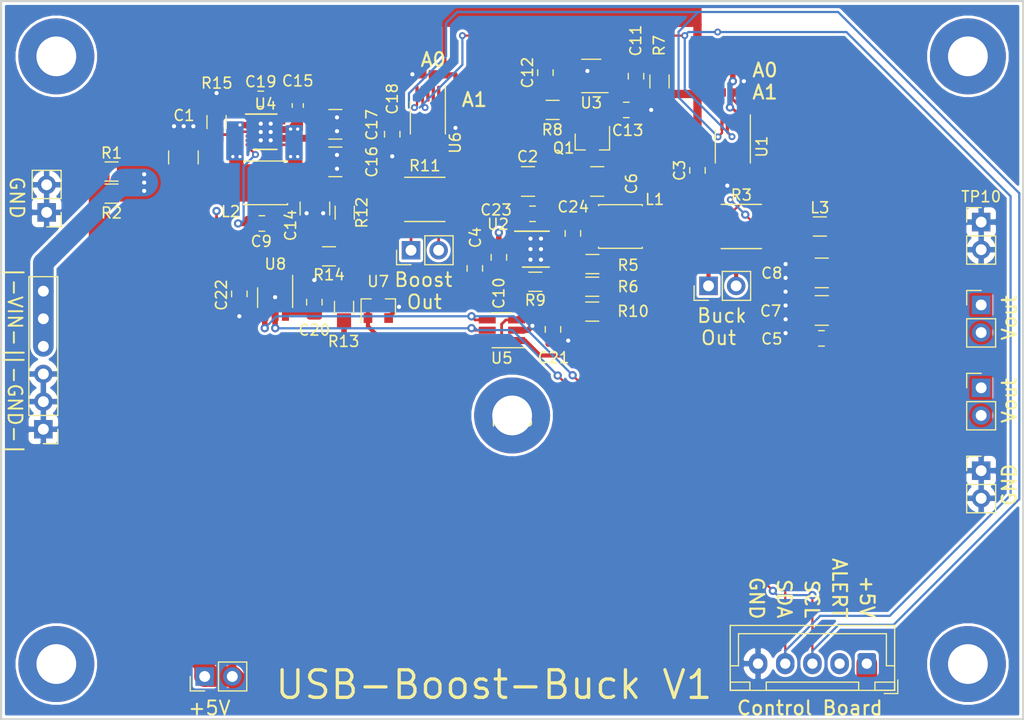
<source format=kicad_pcb>
(kicad_pcb (version 20171130) (host pcbnew "(5.1.5)-3")
  (layers (0 F.Cu signal) (31 B.Cu signal hide) (34 B.Paste user hide) (35 F.Paste user hide) (36 B.SilkS user hide) (37 F.SilkS user) (38 B.Mask user hide) (39 F.Mask user hide) (44 Edge.Cuts user))
  (net 0 "")
  (net 1 GND)
  (net 2 "Net-(Q1-Pad2)")
  (net 3 -5V)
  (net 4 "Net-(C4-Pad2)")
  (net 5 +5V)
  (net 6 VOUT)
  (net 7 SCL)
  (net 8 SDA)
  (net 9 "Net-(JP1-Pad2)")
  (net 10 "Net-(JP2-Pad2)")
  (net 11 VIN)
  (net 12 "Net-(C10-Pad2)")
  (net 13 "Net-(C11-Pad1)")
  (net 14 "Net-(C12-Pad2)")
  (net 15 "Net-(C12-Pad1)")
  (net 16 VIN_BUCK)
  (net 17 MIN_LOAD)
  (net 18 "Net-(C14-Pad2)")
  (net 19 "Net-(C9-Pad1)")
  (net 20 "Net-(C15-Pad1)")
  (net 21 "Net-(C19-Pad2)")
  (net 22 2.5V_REF)
  (net 23 "Net-(JP3-Pad2)")
  (net 24 "Net-(JP4-Pad2)")
  (net 25 "Net-(R10-Pad1)")
  (net 26 "Net-(R9-Pad2)")
  (net 27 DAC_BUCK)
  (net 28 "Net-(R12-Pad1)")
  (net 29 DAC_BOOST)
  (net 30 "Net-(L3-Pad2)")
  (net 31 "Net-(C24-Pad1)")
  (net 32 "Net-(C24-Pad2)")
  (module "Rays Footprints:Coilcraft-XFL4020" (layer F.Cu) (at 130.6068 74.0664)
    (fp_text reference L1 (at 3.1496 -2.4892) (layer F.SilkS))
    (fp_text value 2.2uH)
    (pad 2 smd rect (at 1.7272 0) (size 2.0066 3.4036) (layers F.Cu F.Paste F.Mask) (net 17 MIN_LOAD))
    (pad 1 smd rect (at -1.7272 0) (size 2.0066 3.4036) (layers F.Cu F.Paste F.Mask) (net 31 "Net-(C24-Pad1)"))
  )
  (module "Rays Footprints:Coilcraft-XAL4040" (layer F.Cu) (at 97.9932 70.0532)
    (fp_text reference L2 (at -3.2258 2.6416) (layer F.SilkS))
    (fp_text value 15uH)
    (pad 2 smd rect (at 1.7272 0) (size 2.0066 3.4036) (layers F.Cu F.Paste F.Mask) (net 18 "Net-(C14-Pad2)"))
    (pad 1 smd rect (at -1.7272 0) (size 2.0066 3.4036) (layers F.Cu F.Paste F.Mask) (net 11 VIN))
  )
  (module "Rays Footprints:R_2512_HandSoldering" (layer F.Cu) (at 112.6236 71.5772 180)
    (fp_text reference R11 (at 0 3.0988 180) (layer F.SilkS))
    (fp_text value 0.1)
    (pad 2 smd rect (at 3.375 0 180) (size 2 3.5) (layers F.Cu F.Paste F.Mask) (net 18 "Net-(C14-Pad2)"))
    (pad 1 smd rect (at -3.375 0 180) (size 2 3.5) (layers F.Cu F.Paste F.Mask) (net 16 VIN_BUCK))
  )
  (module "Rays Footprints:Mount-Hole-#6" (layer F.Cu) (at 120.65 91.44)
    (fp_text reference MTH5 (at 0 0.5) (layer F.SilkS))
    (fp_text value "Mount Hole")
    (pad 1 thru_hole circle (at 0 0) (size 6.985 6.985) (drill 3.6576) (layers *.Cu *.Mask))
  )
  (module "Rays Footprints:Mount-Hole-#6" (layer F.Cu) (at 78.74 114.3)
    (fp_text reference MTH3 hide)
    (fp_text value "Mount Hole")
    (pad 1 thru_hole circle (at 0 0) (size 6.985 6.985) (drill 3.6576) (layers *.Cu *.Mask))
  )
  (module "Rays Footprints:Mount-Hole-#6" (layer F.Cu) (at 78.74 58.42)
    (fp_text reference MTH1 hide)
    (fp_text value "Mount Hole")
    (pad 1 thru_hole circle (at 0 0) (size 6.985 6.985) (drill 3.6576) (layers *.Cu *.Mask))
  )
  (module "Rays Footprints:Mount-Hole-#6" (layer F.Cu) (at 162.56 58.42)
    (fp_text reference MTH2 hide)
    (fp_text value "Mount Hole")
    (pad 1 thru_hole circle (at 0 0) (size 6.985 6.985) (drill 3.6576) (layers *.Cu *.Mask))
  )
  (module "Rays Footprints:Mount-Hole-#6" (layer F.Cu) (at 162.56 114.3)
    (fp_text reference MTH4 hide)
    (fp_text value "Mount Hole")
    (pad 1 thru_hole circle (at 0 0) (size 6.985 6.985) (drill 3.6576) (layers *.Cu *.Mask))
  )
  (module Connector_PinHeader_2.54mm:PinHeader_1x06_P2.54mm_Vertical (layer F.Cu) (at 77.5462 92.71 180)
    (fp_text reference TP1 hide)
    (fp_text value "Input Power")
    (pad 1 thru_hole rect (at 0 0 180) (size 1.7 1.7) (drill 1) (layers *.Cu *.Mask) (net 1 GND))
    (pad 2 thru_hole oval (at 0 2.54 180) (size 1.7 1.7) (drill 1) (layers *.Cu *.Mask) (net 1 GND))
    (pad 3 thru_hole oval (at 0 5.08 180) (size 1.7 1.7) (drill 1) (layers *.Cu *.Mask) (net 1 GND))
    (pad 4 thru_hole oval (at 0 7.62 180) (size 1.7 1.7) (drill 1) (layers *.Cu *.Mask) (net 11 VIN))
    (pad 5 thru_hole oval (at 0 10.16 180) (size 1.7 1.7) (drill 1) (layers *.Cu *.Mask) (net 11 VIN))
    (pad 6 thru_hole oval (at 0 12.7 180) (size 1.7 1.7) (drill 1) (layers *.Cu *.Mask) (net 11 VIN))
  )
  (module Connector_JST:JST_XH_B5B-XH-A_1x05_P2.50mm_Vertical (layer F.Cu) (at 153.2636 114.2619 180)
    (fp_text reference TP3 hide)
    (fp_text value "Mount Hole")
    (pad 1 thru_hole roundrect (at 0 0 180) (size 1.7 1.95) (drill 0.95) (layers *.Cu *.Mask) (roundrect_rratio 0.147059) (net 5 +5V))
    (pad 2 thru_hole oval (at 2.5 0 180) (size 1.7 1.95) (drill 0.95) (layers *.Cu *.Mask))
    (pad 3 thru_hole oval (at 5 0 180) (size 1.7 1.95) (drill 0.95) (layers *.Cu *.Mask) (net 7 SCL))
    (pad 4 thru_hole oval (at 7.5 0 180) (size 1.7 1.95) (drill 0.95) (layers *.Cu *.Mask) (net 8 SDA))
    (pad 5 thru_hole oval (at 10 0 180) (size 1.7 1.95) (drill 0.95) (layers *.Cu *.Mask) (net 1 GND))
  )
  (module Connector_PinHeader_2.54mm:PinHeader_1x02_P2.54mm_Vertical (layer F.Cu) (at 77.851 72.771 180)
    (fp_text reference TP4 hide)
    (fp_text value "0.1\" Header")
    (pad 1 thru_hole rect (at 0 0 180) (size 1.7 1.7) (drill 1) (layers *.Cu *.Mask) (net 1 GND))
    (pad 2 thru_hole oval (at 0 2.54 180) (size 1.7 1.7) (drill 1) (layers *.Cu *.Mask) (net 1 GND))
  )
  (module Connector_PinHeader_2.54mm:PinHeader_1x02_P2.54mm_Vertical (layer F.Cu) (at 92.3798 115.443 90)
    (fp_text reference TP5 hide)
    (fp_text value "0.1\" Header")
    (pad 2 thru_hole oval (at 0 2.54 90) (size 1.7 1.7) (drill 1) (layers *.Cu *.Mask) (net 5 +5V))
    (pad 1 thru_hole rect (at 0 0 90) (size 1.7 1.7) (drill 1) (layers *.Cu *.Mask) (net 5 +5V))
  )
  (module "Rays Footprints:C_0805_HandSoldering" (layer F.Cu) (at 132.0419 60.2488 270)
    (fp_text reference C11 (at -3.2766 0.0254 90) (layer F.SilkS))
    (fp_text value 0.1u)
    (pad 1 smd roundrect (at -1.025 0 270) (size 1.15 1.4) (layers F.Cu F.Paste F.Mask) (roundrect_rratio 0.217) (net 13 "Net-(C11-Pad1)"))
    (pad 2 smd roundrect (at 1.025 0 270) (size 1.15 1.4) (layers F.Cu F.Paste F.Mask) (roundrect_rratio 0.217) (net 1 GND))
  )
  (module "Rays Footprints:C_0805_HandSoldering" (layer F.Cu) (at 123.7107 59.9186 90)
    (fp_text reference C12 (at 0 -1.65 90) (layer F.SilkS))
    (fp_text value 1u/15V)
    (pad 2 smd roundrect (at 1.025 0 90) (size 1.15 1.4) (layers F.Cu F.Paste F.Mask) (roundrect_rratio 0.217) (net 14 "Net-(C12-Pad2)"))
    (pad 1 smd roundrect (at -1.025 0 90) (size 1.15 1.4) (layers F.Cu F.Paste F.Mask) (roundrect_rratio 0.217) (net 15 "Net-(C12-Pad1)"))
  )
  (module "Rays Footprints:C_0805_HandSoldering" (layer F.Cu) (at 131.1529 63.3476)
    (fp_text reference C13 (at 0.127 1.8796) (layer F.SilkS))
    (fp_text value 1u/15V)
    (pad 1 smd roundrect (at -1.025 0) (size 1.15 1.4) (layers F.Cu F.Paste F.Mask) (roundrect_rratio 0.217) (net 3 -5V))
    (pad 2 smd roundrect (at 1.025 0) (size 1.15 1.4) (layers F.Cu F.Paste F.Mask) (roundrect_rratio 0.217) (net 1 GND))
  )
  (module "Rays Footprints:SolderJumper_3_Pad" (layer F.Cu) (at 140.9446 61.7474)
    (fp_text reference JP1 hide)
    (fp_text value Jumper)
    (pad 1 smd rect (at -1.016 0) (size 0.762 0.762) (layers F.Cu F.Paste F.Mask) (net 5 +5V))
    (pad 2 smd rect (at 0 0) (size 0.8636 0.762) (layers F.Cu F.Paste F.Mask) (net 9 "Net-(JP1-Pad2)"))
    (pad 3 smd rect (at 1.016 0) (size 0.762 0.762) (layers F.Cu F.Paste F.Mask) (net 1 GND))
  )
  (module "Rays Footprints:SolderJumper_3_Pad" (layer F.Cu) (at 140.9446 59.7154)
    (fp_text reference JP2 hide)
    (fp_text value Jumper)
    (pad 3 smd rect (at 1.016 0) (size 0.762 0.762) (layers F.Cu F.Paste F.Mask) (net 1 GND))
    (pad 2 smd rect (at 0 0) (size 0.8636 0.762) (layers F.Cu F.Paste F.Mask) (net 10 "Net-(JP2-Pad2)"))
    (pad 1 smd rect (at -1.016 0) (size 0.762 0.762) (layers F.Cu F.Paste F.Mask) (net 5 +5V))
  )
  (module Package_TO_SOT_SMD:SOT-23 (layer F.Cu) (at 128.0287 66.2686 270)
    (fp_text reference Q1 (at 0.5842 2.6416 180) (layer F.SilkS))
    (fp_text value Q_NPN_BCE)
    (pad 1 smd rect (at -1 -0.95 270) (size 0.9 0.8) (layers F.Cu F.Paste F.Mask) (net 1 GND))
    (pad 2 smd rect (at -1 0.95 270) (size 0.9 0.8) (layers F.Cu F.Paste F.Mask) (net 2 "Net-(Q1-Pad2)"))
    (pad 3 smd rect (at 1 0 270) (size 0.9 0.8) (layers F.Cu F.Paste F.Mask) (net 17 MIN_LOAD))
  )
  (module "Rays Footprints:R_0805_HandSoldering" (layer F.Cu) (at 83.82 69.0118)
    (fp_text reference R1 (at 0 -1.7) (layer F.SilkS))
    (fp_text value 0)
    (pad 2 smd rect (at 1.15 0) (size 1.3 1.3) (layers F.Cu F.Paste F.Mask) (net 11 VIN))
    (pad 1 smd rect (at -1.15 0) (size 1.3 1.3) (layers F.Cu F.Paste F.Mask) (net 5 +5V))
  )
  (module "Rays Footprints:R_0805_HandSoldering" (layer F.Cu) (at 83.82 71.0438)
    (fp_text reference R2 (at 0 1.778) (layer F.SilkS))
    (fp_text value 0)
    (pad 1 smd rect (at -1.15 0) (size 1.3 1.3) (layers F.Cu F.Paste F.Mask) (net 5 +5V))
    (pad 2 smd rect (at 1.15 0) (size 1.3 1.3) (layers F.Cu F.Paste F.Mask) (net 11 VIN))
  )
  (module "Rays Footprints:R_2512_HandSoldering" (layer F.Cu) (at 141.7288 74.0664 180)
    (fp_text reference R3 (at -0.0032 2.8956 180) (layer F.SilkS))
    (fp_text value 0.1)
    (pad 2 smd rect (at 3.375 0 180) (size 2 3.5) (layers F.Cu F.Paste F.Mask) (net 17 MIN_LOAD))
    (pad 1 smd rect (at -3.375 0 180) (size 2 3.5) (layers F.Cu F.Paste F.Mask) (net 30 "Net-(L3-Pad2)"))
  )
  (module "Rays Footprints:R_0805_HandSoldering" (layer F.Cu) (at 148.9456 74.0664 180)
    (fp_text reference L3 (at 0 1.7272) (layer F.SilkS))
    (fp_text value 0)
    (pad 1 smd rect (at -1.15 0 180) (size 1.3 1.3) (layers F.Cu F.Paste F.Mask) (net 6 VOUT))
    (pad 2 smd rect (at 1.15 0 180) (size 1.3 1.3) (layers F.Cu F.Paste F.Mask) (net 30 "Net-(L3-Pad2)"))
  )
  (module "Rays Footprints:R_0805_HandSoldering" (layer F.Cu) (at 128.0344 77.5208)
    (fp_text reference R5 (at 3.2836 0.1016) (layer F.SilkS))
    (fp_text value 0)
    (pad 2 smd rect (at 1.15 0) (size 1.3 1.3) (layers F.Cu F.Paste F.Mask) (net 17 MIN_LOAD))
    (pad 1 smd rect (at -1.15 0) (size 1.3 1.3) (layers F.Cu F.Paste F.Mask) (net 25 "Net-(R10-Pad1)"))
  )
  (module "Rays Footprints:R_0805_HandSoldering" (layer F.Cu) (at 128.016 79.6036)
    (fp_text reference R6 (at 3.302 0) (layer F.SilkS))
    (fp_text value 0)
    (pad 1 smd rect (at -1.15 0) (size 1.3 1.3) (layers F.Cu F.Paste F.Mask) (net 1 GND))
    (pad 2 smd rect (at 1.15 0) (size 1.3 1.3) (layers F.Cu F.Paste F.Mask) (net 25 "Net-(R10-Pad1)"))
  )
  (module "Rays Footprints:R_0805_HandSoldering" (layer F.Cu) (at 134.2009 60.7314 270)
    (fp_text reference R7 (at -3.302 0.0254 90) (layer F.SilkS))
    (fp_text value 0)
    (pad 2 smd rect (at 1.15 0 270) (size 1.3 1.3) (layers F.Cu F.Paste F.Mask) (net 5 +5V))
    (pad 1 smd rect (at -1.15 0 270) (size 1.3 1.3) (layers F.Cu F.Paste F.Mask) (net 13 "Net-(C11-Pad1)"))
  )
  (module "Rays Footprints:R_0805_HandSoldering" (layer F.Cu) (at 124.3711 63.3476)
    (fp_text reference R8 (at -0.0254 1.8288) (layer F.SilkS))
    (fp_text value 0)
    (pad 1 smd rect (at -1.15 0) (size 1.3 1.3) (layers F.Cu F.Paste F.Mask) (net 2 "Net-(Q1-Pad2)"))
    (pad 2 smd rect (at 1.15 0) (size 1.3 1.3) (layers F.Cu F.Paste F.Mask) (net 3 -5V))
  )
  (module Connector_PinHeader_2.54mm:PinHeader_1x02_P2.54mm_Vertical (layer F.Cu) (at 163.7792 81.28)
    (fp_text reference TP2 hide)
    (fp_text value "Power Debug")
    (pad 1 thru_hole rect (at 0 0) (size 1.7 1.7) (drill 1) (layers *.Cu *.Mask) (net 6 VOUT))
    (pad 2 thru_hole oval (at 0 2.54) (size 1.7 1.7) (drill 1) (layers *.Cu *.Mask) (net 6 VOUT))
  )
  (module Connector_PinHeader_2.54mm:PinHeader_1x02_P2.54mm_Vertical (layer F.Cu) (at 163.7792 88.9)
    (fp_text reference TP6 hide)
    (fp_text value "GND Debug")
    (pad 1 thru_hole rect (at 0 0) (size 1.7 1.7) (drill 1) (layers *.Cu *.Mask) (net 6 VOUT))
    (pad 2 thru_hole oval (at 0 2.54) (size 1.7 1.7) (drill 1) (layers *.Cu *.Mask) (net 6 VOUT))
  )
  (module Connector_PinHeader_2.54mm:PinHeader_1x02_P2.54mm_Vertical (layer F.Cu) (at 163.7792 96.52)
    (fp_text reference TP7 hide)
    (fp_text value "Output Power")
    (pad 2 thru_hole oval (at 0 2.54) (size 1.7 1.7) (drill 1) (layers *.Cu *.Mask) (net 1 GND))
    (pad 1 thru_hole rect (at 0 0) (size 1.7 1.7) (drill 1) (layers *.Cu *.Mask) (net 1 GND))
  )
  (module Package_SO:VSSOP-10_3x3mm_P0.5mm (layer F.Cu) (at 140.9446 66.7258 270)
    (fp_text reference U1 (at 0 -2.667 90) (layer F.SilkS))
    (fp_text value INA220)
    (pad 1 smd roundrect (at -2.2 -1 270) (size 1.45 0.3) (layers F.Cu F.Paste F.Mask) (net 9 "Net-(JP1-Pad2)"))
    (pad 2 smd roundrect (at -2.2 -0.5 270) (size 1.45 0.3) (layers F.Cu F.Paste F.Mask) (net 10 "Net-(JP2-Pad2)"))
    (pad 3 smd roundrect (at -2.2 0 270) (size 1.45 0.3) (layers F.Cu F.Paste F.Mask))
    (pad 4 smd roundrect (at -2.2 0.5 270) (size 1.45 0.3) (layers F.Cu F.Paste F.Mask) (net 8 SDA))
    (pad 5 smd roundrect (at -2.2 1 270) (size 1.45 0.3) (layers F.Cu F.Paste F.Mask) (net 7 SCL))
    (pad 6 smd roundrect (at 2.2 1 270) (size 1.45 0.3) (layers F.Cu F.Paste F.Mask) (net 5 +5V))
    (pad 7 smd roundrect (at 2.2 0.5 270) (size 1.45 0.3) (layers F.Cu F.Paste F.Mask) (net 1 GND))
    (pad 8 smd roundrect (at 2.2 0 270) (size 1.45 0.3) (layers F.Cu F.Paste F.Mask) (net 6 VOUT))
    (pad 9 smd roundrect (at 2.2 -0.5 270) (size 1.45 0.3) (layers F.Cu F.Paste F.Mask) (net 30 "Net-(L3-Pad2)"))
    (pad 10 smd roundrect (at 2.2 -1 270) (size 1.45 0.3) (layers F.Cu F.Paste F.Mask) (net 17 MIN_LOAD))
  )
  (module Package_TO_SOT_SMD:TSOT-23-6_HandSoldering (layer F.Cu) (at 127.9271 60.2488 180)
    (fp_text reference U3 (at 0 -2.45) (layer F.SilkS))
    (fp_text value MAX1719EUT)
    (pad 1 smd rect (at -1.71 -0.95 180) (size 2 0.65) (layers F.Cu F.Paste F.Mask) (net 3 -5V))
    (pad 2 smd rect (at -1.71 0 180) (size 2 0.65) (layers F.Cu F.Paste F.Mask) (net 13 "Net-(C11-Pad1)"))
    (pad 3 smd rect (at -1.71 0.95 180) (size 2 0.65) (layers F.Cu F.Paste F.Mask) (net 14 "Net-(C12-Pad2)"))
    (pad 4 smd rect (at 1.71 0.95 180) (size 2 0.65) (layers F.Cu F.Paste F.Mask) (net 1 GND))
    (pad 5 smd rect (at 1.71 0 180) (size 2 0.65) (layers F.Cu F.Paste F.Mask) (net 1 GND))
    (pad 6 smd rect (at 1.71 -0.95 180) (size 2 0.65) (layers F.Cu F.Paste F.Mask) (net 15 "Net-(C12-Pad1)"))
  )
  (module "Rays Footprints:C_0805_HandSoldering" (layer F.Cu) (at 122.5296 72.898 180)
    (fp_text reference C2 (at 0.4572 5.2578) (layer F.SilkS))
    (fp_text value 0.1)
    (pad 1 smd roundrect (at -1.025 0 180) (size 1.15 1.4) (layers F.Cu F.Paste F.Mask) (roundrect_rratio 0.217) (net 1 GND))
    (pad 2 smd roundrect (at 1.025 0 180) (size 1.15 1.4) (layers F.Cu F.Paste F.Mask) (roundrect_rratio 0.217) (net 16 VIN_BUCK))
  )
  (module "Rays Footprints:C_0805_HandSoldering" (layer F.Cu) (at 119.4308 76.9022 90)
    (fp_text reference C10 (at -3.302 0 90) (layer F.SilkS))
    (fp_text value 5.6n)
    (pad 1 smd roundrect (at -1.025 0 90) (size 1.15 1.4) (layers F.Cu F.Paste F.Mask) (roundrect_rratio 0.217) (net 1 GND))
    (pad 2 smd roundrect (at 1.025 0 90) (size 1.15 1.4) (layers F.Cu F.Paste F.Mask) (roundrect_rratio 0.217) (net 12 "Net-(C10-Pad2)"))
  )
  (module "Rays Footprints:C_0805_HandSoldering" (layer F.Cu) (at 117.221 77.9182 90)
    (fp_text reference C4 (at 2.8358 0.0508 90) (layer F.SilkS))
    (fp_text value 4.7u)
    (pad 2 smd roundrect (at 1.025 0 90) (size 1.15 1.4) (layers F.Cu F.Paste F.Mask) (roundrect_rratio 0.217) (net 4 "Net-(C4-Pad2)"))
    (pad 1 smd roundrect (at -1.025 0 90) (size 1.15 1.4) (layers F.Cu F.Paste F.Mask) (roundrect_rratio 0.217) (net 1 GND))
  )
  (module "Rays Footprints:C_0603_HandSoldering" (layer F.Cu) (at 100.9396 62.9412 270)
    (fp_text reference C15 (at -2.2606 0 180) (layer F.SilkS))
    (fp_text value 10n)
    (pad 2 smd roundrect (at 0.875 0 270) (size 1.05 0.95) (layers F.Cu F.Paste F.Mask) (net 18 "Net-(C14-Pad2)"))
    (pad 1 smd roundrect (at -0.875 0 270) (size 1.05 0.95) (layers F.Cu F.Paste F.Mask) (net 20 "Net-(C15-Pad1)"))
  )
  (module "Rays Footprints:C_0805_HandSoldering" (layer F.Cu) (at 97.536 62.3316 180)
    (fp_text reference C19 (at 0 1.5748) (layer F.SilkS))
    (fp_text value 2.2U)
    (pad 1 smd roundrect (at -1.025 0 180) (size 1.15 1.4) (layers F.Cu F.Paste F.Mask) (roundrect_rratio 0.217) (net 1 GND))
    (pad 2 smd roundrect (at 1.025 0 180) (size 1.15 1.4) (layers F.Cu F.Paste F.Mask) (roundrect_rratio 0.217) (net 21 "Net-(C19-Pad2)"))
  )
  (module "Rays Footprints:SolderJumper_3_Pad" (layer F.Cu) (at 115.443 62.3824 270)
    (fp_text reference JP3 hide)
    (fp_text value Jumper)
    (pad 1 smd rect (at -1.016 0 270) (size 0.762 0.762) (layers F.Cu F.Paste F.Mask) (net 5 +5V))
    (pad 2 smd rect (at 0 0 270) (size 0.8636 0.762) (layers F.Cu F.Paste F.Mask) (net 23 "Net-(JP3-Pad2)"))
    (pad 3 smd rect (at 1.016 0 270) (size 0.762 0.762) (layers F.Cu F.Paste F.Mask) (net 1 GND))
  )
  (module "Rays Footprints:SolderJumper_3_Pad" (layer F.Cu) (at 113.411 60.071 180)
    (fp_text reference JP4 hide)
    (fp_text value Jumper)
    (pad 3 smd rect (at 1.016 0 180) (size 0.762 0.762) (layers F.Cu F.Paste F.Mask) (net 1 GND))
    (pad 2 smd rect (at 0 0 180) (size 0.8636 0.762) (layers F.Cu F.Paste F.Mask) (net 24 "Net-(JP4-Pad2)"))
    (pad 1 smd rect (at -1.016 0 180) (size 0.762 0.762) (layers F.Cu F.Paste F.Mask) (net 5 +5V))
  )
  (module "Rays Footprints:R_0805_HandSoldering" (layer F.Cu) (at 122.7836 79.1464 180)
    (fp_text reference R9 (at 0 -1.7) (layer F.SilkS))
    (fp_text value 8800)
    (pad 1 smd rect (at -1.15 0 180) (size 1.3 1.3) (layers F.Cu F.Paste F.Mask) (net 1 GND))
    (pad 2 smd rect (at 1.15 0 180) (size 1.3 1.3) (layers F.Cu F.Paste F.Mask) (net 26 "Net-(R9-Pad2)"))
  )
  (module "Rays Footprints:R_0805_HandSoldering" (layer F.Cu) (at 128.016 81.8896 180)
    (fp_text reference R10 (at -3.7592 0.0254) (layer F.SilkS))
    (fp_text value 0)
    (pad 2 smd rect (at 1.15 0 180) (size 1.3 1.3) (layers F.Cu F.Paste F.Mask) (net 27 DAC_BUCK))
    (pad 1 smd rect (at -1.15 0 180) (size 1.3 1.3) (layers F.Cu F.Paste F.Mask) (net 25 "Net-(R10-Pad1)"))
  )
  (module "Rays Footprints:R_0805_HandSoldering" (layer F.Cu) (at 105.2576 72.7964 90)
    (fp_text reference R12 (at 0 1.5748 90) (layer F.SilkS))
    (fp_text value 0)
    (pad 2 smd rect (at 1.15 0 90) (size 1.3 1.3) (layers F.Cu F.Paste F.Mask) (net 18 "Net-(C14-Pad2)"))
    (pad 1 smd rect (at -1.15 0 90) (size 1.3 1.3) (layers F.Cu F.Paste F.Mask) (net 28 "Net-(R12-Pad1)"))
  )
  (module "Rays Footprints:R_0805_HandSoldering" (layer F.Cu) (at 105.1941 81.5467 270)
    (fp_text reference R13 (at 3.0861 0.0381 180) (layer F.SilkS))
    (fp_text value 25k)
    (pad 1 smd rect (at -1.15 0 270) (size 1.3 1.3) (layers F.Cu F.Paste F.Mask) (net 22 2.5V_REF))
    (pad 2 smd rect (at 1.15 0 270) (size 1.3 1.3) (layers F.Cu F.Paste F.Mask) (net 5 +5V))
  )
  (module "Rays Footprints:R_0805_HandSoldering" (layer F.Cu) (at 103.8098 76.8096 180)
    (fp_text reference R14 (at 0 -1.7) (layer F.SilkS))
    (fp_text value 0)
    (pad 2 smd rect (at 1.15 0 180) (size 1.3 1.3) (layers F.Cu F.Paste F.Mask) (net 29 DAC_BOOST))
    (pad 1 smd rect (at -1.15 0 180) (size 1.3 1.3) (layers F.Cu F.Paste F.Mask) (net 28 "Net-(R12-Pad1)"))
  )
  (module "Rays Footprints:R_0805_HandSoldering" (layer F.Cu) (at 93.472 64.4652 270)
    (fp_text reference R15 (at -3.5814 -0.0254 180) (layer F.SilkS))
    (fp_text value 0)
    (pad 2 smd rect (at 1.15 0 270) (size 1.3 1.3) (layers F.Cu F.Paste F.Mask) (net 28 "Net-(R12-Pad1)"))
    (pad 1 smd rect (at -1.15 0 270) (size 1.3 1.3) (layers F.Cu F.Paste F.Mask) (net 1 GND))
  )
  (module Package_DFN_QFN:DFN-12-1EP_3x3mm_P0.5mm_EP2.05x2.86mm (layer F.Cu) (at 122.8344 76.1492)
    (fp_text reference U2 (at -3.4798 -2.286) (layer F.SilkS))
    (fp_text value MAX17572)
    (pad 1 smd rect (at -1.55 -1.25) (size 0.65 0.3) (layers F.Cu F.Paste F.Mask) (net 16 VIN_BUCK))
    (pad 2 smd rect (at -1.55 -0.75) (size 0.65 0.3) (layers F.Cu F.Paste F.Mask) (net 16 VIN_BUCK))
    (pad 3 smd rect (at -1.55 -0.25) (size 0.65 0.3) (layers F.Cu F.Paste F.Mask))
    (pad 4 smd rect (at -1.55 0.25) (size 0.65 0.3) (layers F.Cu F.Paste F.Mask) (net 12 "Net-(C10-Pad2)"))
    (pad 5 smd rect (at -1.55 0.75) (size 0.65 0.3) (layers F.Cu F.Paste F.Mask) (net 4 "Net-(C4-Pad2)"))
    (pad 8 smd rect (at 1.55 0.75) (size 0.65 0.3) (layers F.Cu F.Paste F.Mask) (net 1 GND))
    (pad 9 smd rect (at 1.55 0.25) (size 0.65 0.3) (layers F.Cu F.Paste F.Mask))
    (pad 10 smd rect (at 1.55 -0.25) (size 0.65 0.3) (layers F.Cu F.Paste F.Mask) (net 32 "Net-(C24-Pad2)"))
    (pad 11 smd rect (at 1.55 -0.75) (size 0.65 0.3) (layers F.Cu F.Paste F.Mask) (net 31 "Net-(C24-Pad1)"))
    (pad 12 smd rect (at 1.55 -1.25) (size 0.65 0.3) (layers F.Cu F.Paste F.Mask) (net 1 GND))
    (pad 13 smd rect (at 0 0) (size 2.05 2.86) (layers F.Cu F.Mask) (net 1 GND))
    (pad 6 smd rect (at -1.55 1.25) (size 0.65 0.3) (layers F.Cu F.Paste F.Mask) (net 26 "Net-(R9-Pad2)"))
    (pad 7 smd rect (at 1.55 1.25) (size 0.65 0.3) (layers F.Cu F.Paste F.Mask) (net 25 "Net-(R10-Pad1)"))
  )
  (module Package_TO_SOT_SMD:SOT-23-6_Handsoldering (layer F.Cu) (at 119.7102 83.6041 180)
    (fp_text reference U5 (at 0.0127 -2.5654) (layer F.SilkS))
    (fp_text value MCP4716AxT-ECH)
    (pad 5 smd rect (at 1.35 0 180) (size 1.56 0.65) (layers F.Cu F.Paste F.Mask) (net 7 SCL))
    (pad 6 smd rect (at 1.35 -0.95 180) (size 1.56 0.65) (layers F.Cu F.Paste F.Mask) (net 22 2.5V_REF))
    (pad 4 smd rect (at 1.35 0.95 180) (size 1.56 0.65) (layers F.Cu F.Paste F.Mask) (net 8 SDA))
    (pad 3 smd rect (at -1.35 0.95 180) (size 1.56 0.65) (layers F.Cu F.Paste F.Mask) (net 5 +5V))
    (pad 2 smd rect (at -1.35 0 180) (size 1.56 0.65) (layers F.Cu F.Paste F.Mask) (net 1 GND))
    (pad 1 smd rect (at -1.35 -0.95 180) (size 1.56 0.65) (layers F.Cu F.Paste F.Mask) (net 27 DAC_BUCK))
  )
  (module Package_SO:VSSOP-10_3x3mm_P0.5mm (layer F.Cu) (at 112.903 64.0588 270)
    (fp_text reference U6 (at 2.3114 -2.5146 90) (layer F.SilkS))
    (fp_text value INA220)
    (pad 1 smd roundrect (at -2.2 -1 270) (size 1.45 0.3) (layers F.Cu F.Paste F.Mask) (net 23 "Net-(JP3-Pad2)"))
    (pad 2 smd roundrect (at -2.2 -0.5 270) (size 1.45 0.3) (layers F.Cu F.Paste F.Mask) (net 24 "Net-(JP4-Pad2)"))
    (pad 3 smd roundrect (at -2.2 0 270) (size 1.45 0.3) (layers F.Cu F.Paste F.Mask))
    (pad 4 smd roundrect (at -2.2 0.5 270) (size 1.45 0.3) (layers F.Cu F.Paste F.Mask) (net 8 SDA))
    (pad 5 smd roundrect (at -2.2 1 270) (size 1.45 0.3) (layers F.Cu F.Paste F.Mask) (net 7 SCL))
    (pad 6 smd roundrect (at 2.2 1 270) (size 1.45 0.3) (layers F.Cu F.Paste F.Mask) (net 5 +5V))
    (pad 7 smd roundrect (at 2.2 0.5 270) (size 1.45 0.3) (layers F.Cu F.Paste F.Mask) (net 1 GND))
    (pad 8 smd roundrect (at 2.2 0 270) (size 1.45 0.3) (layers F.Cu F.Paste F.Mask) (net 18 "Net-(C14-Pad2)"))
    (pad 9 smd roundrect (at 2.2 -0.5 270) (size 1.45 0.3) (layers F.Cu F.Paste F.Mask) (net 16 VIN_BUCK))
    (pad 10 smd roundrect (at 2.2 -1 270) (size 1.45 0.3) (layers F.Cu F.Paste F.Mask) (net 18 "Net-(C14-Pad2)"))
  )
  (module Package_TO_SOT_SMD:SOT-23 (layer F.Cu) (at 108.3437 81.4832 90)
    (fp_text reference U7 (at 2.3622 -0.0127 180) (layer F.SilkS))
    (fp_text value LM4040DBZ-2.5)
    (pad 1 smd rect (at -1 -0.95 90) (size 0.9 0.8) (layers F.Cu F.Paste F.Mask) (net 22 2.5V_REF))
    (pad 2 smd rect (at -1 0.95 90) (size 0.9 0.8) (layers F.Cu F.Paste F.Mask) (net 1 GND))
    (pad 3 smd rect (at 1 0 90) (size 0.9 0.8) (layers F.Cu F.Paste F.Mask))
  )
  (module Package_TO_SOT_SMD:SOT-23-6_Handsoldering (layer F.Cu) (at 98.8568 80.6069 270)
    (fp_text reference U8 (at -3.0861 -0.0254 180) (layer F.SilkS))
    (fp_text value MCP4716AxT-ECH)
    (pad 1 smd rect (at -1.35 -0.95 270) (size 1.56 0.65) (layers F.Cu F.Paste F.Mask) (net 29 DAC_BOOST))
    (pad 2 smd rect (at -1.35 0 270) (size 1.56 0.65) (layers F.Cu F.Paste F.Mask) (net 1 GND))
    (pad 3 smd rect (at -1.35 0.95 270) (size 1.56 0.65) (layers F.Cu F.Paste F.Mask) (net 5 +5V))
    (pad 4 smd rect (at 1.35 0.95 270) (size 1.56 0.65) (layers F.Cu F.Paste F.Mask) (net 8 SDA))
    (pad 6 smd rect (at 1.35 -0.95 270) (size 1.56 0.65) (layers F.Cu F.Paste F.Mask) (net 22 2.5V_REF))
    (pad 5 smd rect (at 1.35 0 270) (size 1.56 0.65) (layers F.Cu F.Paste F.Mask) (net 7 SCL))
  )
  (module "Rays Footprints:C_1210_HandSoldering" (layer F.Cu) (at 104.394 68.1228 180)
    (fp_text reference C16 (at -3.3528 0 90) (layer F.SilkS))
    (fp_text value 22u)
    (pad 1 smd roundrect (at -1.5875 0 180) (size 1.625 2.65) (layers F.Cu F.Paste F.Mask) (roundrect_rratio 0.175) (net 1 GND))
    (pad 2 smd roundrect (at 1.5875 0 180) (size 1.625 2.65) (layers F.Cu F.Paste F.Mask) (roundrect_rratio 0.175) (net 20 "Net-(C15-Pad1)"))
  )
  (module "Rays Footprints:C_1210_HandSoldering" (layer F.Cu) (at 104.394 64.6684 180)
    (fp_text reference C17 (at -3.3528 -0.0508 90) (layer F.SilkS))
    (fp_text value 22u)
    (pad 2 smd roundrect (at 1.5875 0 180) (size 1.625 2.65) (layers F.Cu F.Paste F.Mask) (roundrect_rratio 0.175) (net 20 "Net-(C15-Pad1)"))
    (pad 1 smd roundrect (at -1.5875 0 180) (size 1.625 2.65) (layers F.Cu F.Paste F.Mask) (roundrect_rratio 0.175) (net 1 GND))
  )
  (module "Rays Footprints:C_1210_HandSoldering" (layer F.Cu) (at 128.4732 69.9262)
    (fp_text reference C6 (at 3.1496 0.2032 270) (layer F.SilkS))
    (fp_text value 10u)
    (pad 1 smd roundrect (at -1.5875 0) (size 1.625 2.65) (layers F.Cu F.Paste F.Mask) (roundrect_rratio 0.175) (net 1 GND))
    (pad 2 smd roundrect (at 1.5875 0) (size 1.625 2.65) (layers F.Cu F.Paste F.Mask) (roundrect_rratio 0.175) (net 17 MIN_LOAD))
  )
  (module "Rays Footprints:C_1210_HandSoldering" (layer F.Cu) (at 149.1234 81.788)
    (fp_text reference C7 (at -4.699 0.0508) (layer F.SilkS))
    (fp_text value 10u)
    (pad 1 smd roundrect (at -1.5875 0) (size 1.625 2.65) (layers F.Cu F.Paste F.Mask) (roundrect_rratio 0.175) (net 1 GND))
    (pad 2 smd roundrect (at 1.5875 0) (size 1.625 2.65) (layers F.Cu F.Paste F.Mask) (roundrect_rratio 0.175) (net 6 VOUT))
  )
  (module "Rays Footprints:C_1210_HandSoldering" (layer F.Cu) (at 149.1234 78.3336)
    (fp_text reference C8 (at -4.5974 0.0254) (layer F.SilkS))
    (fp_text value 10u)
    (pad 2 smd roundrect (at 1.5875 0) (size 1.625 2.65) (layers F.Cu F.Paste F.Mask) (roundrect_rratio 0.175) (net 6 VOUT))
    (pad 1 smd roundrect (at -1.5875 0) (size 1.625 2.65) (layers F.Cu F.Paste F.Mask) (roundrect_rratio 0.175) (net 1 GND))
  )
  (module Connector_PinHeader_2.54mm:PinHeader_1x02_P2.54mm_Vertical (layer F.Cu) (at 111.3536 76.2508 90)
    (fp_text reference TP8 hide)
    (fp_text value "Boost Out")
    (pad 1 thru_hole rect (at 0 0 90) (size 1.7 1.7) (drill 1) (layers *.Cu *.Mask) (net 18 "Net-(C14-Pad2)"))
    (pad 2 thru_hole oval (at 0 2.54 90) (size 1.7 1.7) (drill 1) (layers *.Cu *.Mask) (net 16 VIN_BUCK))
  )
  (module "Rays Footprints:C_1210_HandSoldering" (layer F.Cu) (at 90.424 67.7164 270)
    (fp_text reference C1 (at -3.8608 -0.0508 180) (layer F.SilkS))
    (fp_text value 10u)
    (pad 1 smd roundrect (at -1.5875 0 270) (size 1.625 2.65) (layers F.Cu F.Paste F.Mask) (roundrect_rratio 0.175) (net 1 GND))
    (pad 2 smd roundrect (at 1.5875 0 270) (size 1.625 2.65) (layers F.Cu F.Paste F.Mask) (roundrect_rratio 0.175) (net 11 VIN))
  )
  (module "Rays Footprints:C_1210_HandSoldering" (layer F.Cu) (at 122.1105 69.9262 180)
    (fp_text reference C23 (at 2.9337 -2.6162 180) (layer F.SilkS))
    (fp_text value 10u)
    (pad 1 smd roundrect (at -1.5875 0 180) (size 1.625 2.65) (layers F.Cu F.Paste F.Mask) (roundrect_rratio 0.175) (net 1 GND))
    (pad 2 smd roundrect (at 1.5875 0 180) (size 1.625 2.65) (layers F.Cu F.Paste F.Mask) (roundrect_rratio 0.175) (net 16 VIN_BUCK))
  )
  (module "Rays Footprints:C_1210_HandSoldering" (layer F.Cu) (at 102.5144 72.4154 90)
    (fp_text reference C14 (at -1.5494 -2.2352 270) (layer F.SilkS))
    (fp_text value 10u)
    (pad 1 smd roundrect (at -1.5875 0 90) (size 1.625 2.65) (layers F.Cu F.Paste F.Mask) (roundrect_rratio 0.175) (net 1 GND))
    (pad 2 smd roundrect (at 1.5875 0 90) (size 1.625 2.65) (layers F.Cu F.Paste F.Mask) (roundrect_rratio 0.175) (net 18 "Net-(C14-Pad2)"))
  )
  (module "Rays Footprints:DFN-14-1EP_3x3mm_P0.4mm_EP1.78x2.35mm-6mil-DRC" (layer F.Cu) (at 97.9678 65.3542)
    (fp_text reference U4 (at 0 -2.55) (layer F.SilkS))
    (fp_text value MAX17250)
    (pad 14 smd rect (at 1.475 -1.2) (size 0.7 0.2413) (layers F.Cu F.Paste F.Mask) (net 1 GND))
    (pad 13 smd rect (at 1.475 -0.8) (size 0.7 0.2413) (layers F.Cu F.Paste F.Mask) (net 1 GND))
    (pad 12 smd rect (at 1.475 -0.4) (size 0.7 0.2413) (layers F.Cu F.Paste F.Mask) (net 18 "Net-(C14-Pad2)"))
    (pad 11 smd rect (at 1.475 0) (size 0.7 0.2413) (layers F.Cu F.Paste F.Mask) (net 18 "Net-(C14-Pad2)"))
    (pad 10 smd rect (at 1.475 0.4) (size 0.7 0.2413) (layers F.Cu F.Paste F.Mask) (net 20 "Net-(C15-Pad1)"))
    (pad 9 smd rect (at 1.475 0.8) (size 0.7 0.2413) (layers F.Cu F.Paste F.Mask) (net 20 "Net-(C15-Pad1)"))
    (pad 6 smd rect (at -1.475 0.8) (size 0.7 0.2413) (layers F.Cu F.Paste F.Mask) (net 1 GND))
    (pad 5 smd rect (at -1.475 0.4) (size 0.7 0.2413) (layers F.Cu F.Paste F.Mask))
    (pad 4 smd rect (at -1.475 0) (size 0.7 0.2413) (layers F.Cu F.Paste F.Mask) (net 28 "Net-(R12-Pad1)"))
    (pad 3 smd rect (at -1.475 -0.4) (size 0.7 0.2413) (layers F.Cu F.Paste F.Mask) (net 11 VIN))
    (pad 2 smd rect (at -1.475 -0.8) (size 0.7 0.2413) (layers F.Cu F.Paste F.Mask) (net 11 VIN))
    (pad 1 smd rect (at -1.475 -1.2) (size 0.7 0.2413) (layers F.Cu F.Paste F.Mask) (net 21 "Net-(C19-Pad2)"))
    (pad 7 smd rect (at -1.475 1.2) (size 0.7 0.2413) (layers F.Cu F.Paste F.Mask) (net 19 "Net-(C9-Pad1)"))
    (pad 8 smd rect (at 1.475 1.2) (size 0.7 0.2413) (layers F.Cu F.Paste F.Mask))
    (pad 15 smd rect (at 0 0) (size 1.78 2.35) (layers F.Cu F.Mask) (net 1 GND))
  )
  (module Connector_PinHeader_2.54mm:PinHeader_1x02_P2.54mm_Vertical (layer F.Cu) (at 138.7094 79.5274 90)
    (fp_text reference TP9 hide)
    (fp_text value "Buck Out")
    (pad 1 thru_hole rect (at 0 0 90) (size 1.7 1.7) (drill 1) (layers *.Cu *.Mask) (net 17 MIN_LOAD))
    (pad 2 thru_hole oval (at 0 2.54 90) (size 1.7 1.7) (drill 1) (layers *.Cu *.Mask) (net 30 "Net-(L3-Pad2)"))
  )
  (module "Rays Footprints:C_0805_HandSoldering" (layer F.Cu) (at 137.6934 68.9102 90)
    (fp_text reference C3 (at 0 -1.65 90) (layer F.SilkS))
    (fp_text value 0.1u)
    (pad 1 smd roundrect (at -1.025 0 90) (size 1.15 1.4) (layers F.Cu F.Paste F.Mask) (roundrect_rratio 0.217) (net 1 GND))
    (pad 2 smd roundrect (at 1.025 0 90) (size 1.15 1.4) (layers F.Cu F.Paste F.Mask) (roundrect_rratio 0.217) (net 5 +5V))
  )
  (module "Rays Footprints:C_0805_HandSoldering" (layer F.Cu) (at 97.6376 73.787)
    (fp_text reference C9 (at -0.0508 1.651) (layer F.SilkS))
    (fp_text value 0.1u)
    (pad 1 smd roundrect (at -1.025 0) (size 1.15 1.4) (layers F.Cu F.Paste F.Mask) (roundrect_rratio 0.217) (net 19 "Net-(C9-Pad1)"))
    (pad 2 smd roundrect (at 1.025 0) (size 1.15 1.4) (layers F.Cu F.Paste F.Mask) (roundrect_rratio 0.217) (net 18 "Net-(C14-Pad2)"))
  )
  (module "Rays Footprints:C_0805_HandSoldering" (layer F.Cu) (at 109.6264 65.5828 90)
    (fp_text reference C18 (at 3.2512 0 90) (layer F.SilkS))
    (fp_text value 0.1u)
    (pad 2 smd roundrect (at 1.025 0 90) (size 1.15 1.4) (layers F.Cu F.Paste F.Mask) (roundrect_rratio 0.217) (net 5 +5V))
    (pad 1 smd roundrect (at -1.025 0 90) (size 1.15 1.4) (layers F.Cu F.Paste F.Mask) (roundrect_rratio 0.217) (net 1 GND))
  )
  (module "Rays Footprints:C_0805_HandSoldering" (layer F.Cu) (at 102.4636 81.026 270)
    (fp_text reference C20 (at 2.5654 0 180) (layer F.SilkS))
    (fp_text value 0.1u)
    (pad 2 smd roundrect (at 1.025 0 270) (size 1.15 1.4) (layers F.Cu F.Paste F.Mask) (roundrect_rratio 0.217) (net 22 2.5V_REF))
    (pad 1 smd roundrect (at -1.025 0 270) (size 1.15 1.4) (layers F.Cu F.Paste F.Mask) (roundrect_rratio 0.217) (net 1 GND))
  )
  (module "Rays Footprints:C_0805_HandSoldering" (layer F.Cu) (at 124.4092 83.5279 90)
    (fp_text reference C21 (at -2.6035 0.0508 180) (layer F.SilkS))
    (fp_text value 0.1u)
    (pad 1 smd roundrect (at -1.025 0 90) (size 1.15 1.4) (layers F.Cu F.Paste F.Mask) (roundrect_rratio 0.217) (net 1 GND))
    (pad 2 smd roundrect (at 1.025 0 90) (size 1.15 1.4) (layers F.Cu F.Paste F.Mask) (roundrect_rratio 0.217) (net 5 +5V))
  )
  (module "Rays Footprints:C_0805_HandSoldering" (layer F.Cu) (at 95.5675 80.264 90)
    (fp_text reference C22 (at -0.1016 -1.65 90) (layer F.SilkS))
    (fp_text value 0.1u)
    (pad 2 smd roundrect (at 1.025 0 90) (size 1.15 1.4) (layers F.Cu F.Paste F.Mask) (roundrect_rratio 0.217) (net 5 +5V))
    (pad 1 smd roundrect (at -1.025 0 90) (size 1.15 1.4) (layers F.Cu F.Paste F.Mask) (roundrect_rratio 0.217) (net 1 GND))
  )
  (module "Rays Footprints:C_0805_HandSoldering" (layer F.Cu) (at 149.098 84.3534)
    (fp_text reference C5 (at -4.572 0.0508) (layer F.SilkS))
    (fp_text value 0.1u)
    (pad 1 smd roundrect (at -1.025 0) (size 1.15 1.4) (layers F.Cu F.Paste F.Mask) (roundrect_rratio 0.217) (net 1 GND))
    (pad 2 smd roundrect (at 1.025 0) (size 1.15 1.4) (layers F.Cu F.Paste F.Mask) (roundrect_rratio 0.217) (net 6 VOUT))
  )
  (module "Rays Footprints:C_0805_HandSoldering" (layer F.Cu) (at 126.238 74.7014 270)
    (fp_text reference C24 (at -2.4384 -0.0254 180) (layer F.SilkS))
    (fp_text value 0.1u)
    (pad 1 smd roundrect (at -1.025 0 270) (size 1.15 1.4) (layers F.Cu F.Paste F.Mask) (roundrect_rratio 0.217) (net 31 "Net-(C24-Pad1)"))
    (pad 2 smd roundrect (at 1.025 0 270) (size 1.15 1.4) (layers F.Cu F.Paste F.Mask) (roundrect_rratio 0.217) (net 32 "Net-(C24-Pad2)"))
  )
  (module Connector_PinHeader_2.54mm:PinHeader_1x02_P2.54mm_Vertical (layer F.Cu) (at 163.7792 73.66)
    (fp_text reference TP10 (at 0 -2.33) (layer F.SilkS))
    (fp_text value "0.1\" Header")
    (pad 1 thru_hole rect (at 0 0) (size 1.7 1.7) (drill 1) (layers *.Cu *.Mask) (net 1 GND))
    (pad 2 thru_hole oval (at 0 2.54) (size 1.7 1.7) (drill 1) (layers *.Cu *.Mask) (net 1 GND))
  )
  (gr_text " Buck\nOut " (at 142.3162 83.2866) (layer F.SilkS) (effects (font (size 1.27 1.27) (thickness 0.1778)) (justify right)))
  (gr_text " Boost\nOut " (at 115.2652 79.9846) (layer F.SilkS) (effects (font (size 1.27 1.27) (thickness 0.1778)) (justify right)))
  (gr_text A0 (at 114.681 58.7248) (layer F.SilkS) (effects (font (size 1.27 1.27) (thickness 0.2032)) (justify right)))
  (gr_text A1 (at 118.4656 62.4078) (layer F.SilkS) (effects (font (size 1.27 1.27) (thickness 0.2032)) (justify right)))
  (gr_text A0 (at 145.1864 59.69) (layer F.SilkS) (effects (font (size 1.27 1.27) (thickness 0.2032)) (justify right)))
  (gr_text |-VIN-| (at 74.93 86.3854 270) (layer F.SilkS) (effects (font (size 1.27 1.27) (thickness 0.1778)) (justify right)))
  (gr_text |-GND-| (at 74.93 95.2754 270) (layer F.SilkS) (effects (font (size 1.27 1.27) (thickness 0.1778)) (justify right)))
  (gr_text Vout (at 166.37 87.884 90) (layer F.SilkS) (effects (font (size 1.27 1.27) (thickness 0.2032)) (justify right)))
  (gr_text GND (at 166.37 95.758 90) (layer F.SilkS) (effects (font (size 1.27 1.27) (thickness 0.2032)) (justify right)))
  (gr_text Vout (at 166.37 80.264 90) (layer F.SilkS) (effects (font (size 1.27 1.27) (thickness 0.2032)) (justify right)))
  (gr_text A1 (at 145.1864 61.722) (layer F.SilkS) (effects (font (size 1.27 1.27) (thickness 0.2032)) (justify right)))
  (gr_text +5V (at 94.869 118.3386) (layer F.SilkS) (effects (font (size 1.27 1.27) (thickness 0.1778)) (justify right)))
  (gr_text GND (at 75.1078 73.4695 270) (layer F.SilkS) (effects (font (size 1.27 1.27) (thickness 0.1778)) (justify right)))
  (gr_text "Control Board" (at 154.8384 118.3386) (layer F.SilkS) (effects (font (size 1.27 1.27) (thickness 0.2032)) (justify right)))
  (gr_text GND (at 143.129 110.3122 270) (layer F.SilkS) (effects (font (size 1.27 1.27) (thickness 0.2032)) (justify right)))
  (gr_text ALERT (at 150.749 110.2106 270) (layer F.SilkS) (effects (font (size 1.27 1.27) (thickness 0.2032)) (justify right)))
  (gr_text SCL (at 148.209 110.2106 270) (layer F.SilkS) (effects (font (size 1.27 1.27) (thickness 0.2032)) (justify right)))
  (gr_text SDA (at 145.669 110.2106 270) (layer F.SilkS) (effects (font (size 1.27 1.27) (thickness 0.2032)) (justify right)))
  (gr_text +5V (at 153.289 110.1852 270) (layer F.SilkS) (effects (font (size 1.27 1.27) (thickness 0.2032)) (justify right)))
  (gr_text "USB-Boost-Buck V1" (at 118.9736 116.205) (layer F.SilkS) (effects (font (size 2.54 2.54) (thickness 0.3048))))
  (gr_line (start 167.64 53.34) (end 73.66 53.34) (layer Edge.Cuts) (width 0.2))
  (gr_line (start 167.64 119.38) (end 167.64 53.34) (layer Edge.Cuts) (width 0.2))
  (gr_line (start 73.66 119.38) (end 167.64 119.38) (layer Edge.Cuts) (width 0.2))
  (gr_line (start 73.66 53.34) (end 73.66 119.38) (layer Edge.Cuts) (width 0.2))
  (segment (start 141.9606 61.7474) (end 141.9606 59.7154) (width 0.508) (layer F.Cu) (net 1))
  (via (at 141.9606 60.706) (size 0.762) (drill 0.381) (layers F.Cu B.Cu) (net 1))
  (segment (start 126.2171 59.2988) (end 126.2171 60.2488) (width 0.254) (layer F.Cu) (net 1))
  (segment (start 132.1779 61.4098) (end 132.0419 61.2738) (width 0.254) (layer F.Cu) (net 1))
  (segment (start 132.1779 63.3476) (end 132.1779 61.4098) (width 0.762) (layer F.Cu) (net 1))
  (via (at 133.4389 63.3476) (size 0.762) (drill 0.381) (layers F.Cu B.Cu) (net 1))
  (segment (start 133.4389 63.3476) (end 132.1779 63.3476) (width 0.762) (layer F.Cu) (net 1))
  (segment (start 132.1779 64.0476) (end 132.1779 63.3476) (width 0.762) (layer F.Cu) (net 1))
  (segment (start 130.9569 65.2686) (end 132.1779 64.0476) (width 0.762) (layer F.Cu) (net 1))
  (segment (start 128.9787 65.2686) (end 130.9569 65.2686) (width 0.762) (layer F.Cu) (net 1))
  (segment (start 126.2171 60.2488) (end 127.4711 60.2488) (width 0.254) (layer F.Cu) (net 1))
  (segment (start 127.4711 59.2988) (end 127.5715 59.3992) (width 0.254) (layer F.Cu) (net 1))
  (segment (start 127.5715 59.3992) (end 127.5715 59.7662) (width 0.254) (layer F.Cu) (net 1))
  (segment (start 127.5715 60.1484) (end 127.5715 59.7662) (width 0.254) (layer F.Cu) (net 1))
  (segment (start 126.2171 59.2988) (end 127.4711 59.2988) (width 0.254) (layer F.Cu) (net 1))
  (segment (start 127.4711 60.2488) (end 127.5715 60.1484) (width 0.254) (layer F.Cu) (net 1))
  (via (at 127.5715 59.7662) (size 0.762) (drill 0.381) (layers F.Cu B.Cu) (net 1))
  (segment (start 98.561 64.761) (end 97.9678 65.3542) (width 0.2032) (layer F.Cu) (net 1))
  (segment (start 98.7678 64.5542) (end 97.9678 65.3542) (width 0.2032) (layer F.Cu) (net 1))
  (via (at 104.5464 65.3034) (size 0.762) (drill 0.381) (layers F.Cu B.Cu) (net 1))
  (via (at 104.5464 67.4878) (size 0.762) (drill 0.381) (layers F.Cu B.Cu) (net 1))
  (via (at 97.536 64.6176) (size 0.762) (drill 0.381) (layers F.Cu B.Cu) (net 1))
  (via (at 98.4504 64.6176) (size 0.762) (drill 0.381) (layers F.Cu B.Cu) (net 1))
  (via (at 98.4504 65.3796) (size 0.762) (drill 0.381) (layers F.Cu B.Cu) (net 1))
  (via (at 97.536 65.3796) (size 0.762) (drill 0.381) (layers F.Cu B.Cu) (net 1))
  (via (at 97.536 66.1416) (size 0.762) (drill 0.381) (layers F.Cu B.Cu) (net 1))
  (via (at 98.4504 66.1416) (size 0.762) (drill 0.381) (layers F.Cu B.Cu) (net 1))
  (via (at 93.472 61.7982) (size 0.762) (drill 0.381) (layers F.Cu B.Cu) (net 1))
  (via (at 109.6264 67.6148) (size 0.762) (drill 0.381) (layers F.Cu B.Cu) (net 1))
  (segment (start 109.6264 67.6148) (end 109.6264 66.4578) (width 0.762) (layer F.Cu) (net 1))
  (segment (start 123.5844 76.8992) (end 122.8344 76.1492) (width 0.2032) (layer F.Cu) (net 1))
  (segment (start 124.3844 76.8992) (end 123.5844 76.8992) (width 0.2032) (layer F.Cu) (net 1))
  (segment (start 119.4308 80.8228) (end 117.8052 80.8228) (width 0.2032) (layer F.Cu) (net 1))
  (segment (start 123.9336 80.1808) (end 123.9336 79.1464) (width 0.2032) (layer F.Cu) (net 1))
  (segment (start 123.5456 80.5688) (end 123.9336 80.1808) (width 0.2032) (layer F.Cu) (net 1))
  (segment (start 122.8344 77.216) (end 122.8344 76.1492) (width 0.2032) (layer F.Cu) (net 1))
  (segment (start 123.9336 79.1464) (end 123.9336 78.3152) (width 0.2032) (layer F.Cu) (net 1))
  (segment (start 123.9336 78.3152) (end 122.8344 77.216) (width 0.2032) (layer F.Cu) (net 1))
  (segment (start 119.4308 80.772) (end 119.38 80.8228) (width 0.2032) (layer F.Cu) (net 1))
  (segment (start 119.4308 77.9272) (end 119.4308 80.772) (width 0.2032) (layer F.Cu) (net 1))
  (segment (start 117.221 80.2386) (end 117.8052 80.8228) (width 0.2032) (layer F.Cu) (net 1))
  (segment (start 117.1448 78.9432) (end 117.221 79.0194) (width 0.2032) (layer F.Cu) (net 1))
  (segment (start 117.221 79.0194) (end 117.221 80.2386) (width 0.2032) (layer F.Cu) (net 1))
  (segment (start 140.4446 68.9258) (end 140.4446 70.299208) (width 0.2794) (layer F.Cu) (net 1))
  (via (at 140.4366 70.307208) (size 0.762) (drill 0.381) (layers F.Cu B.Cu) (net 1))
  (segment (start 140.4446 70.299208) (end 140.4366 70.307208) (width 0.2032) (layer F.Cu) (net 1))
  (segment (start 140.422592 70.2932) (end 140.4366 70.307208) (width 0.2032) (layer F.Cu) (net 1))
  (via (at 111.4806 60.070994) (size 0.762) (drill 0.381) (layers F.Cu B.Cu) (net 1))
  (segment (start 111.480606 60.071) (end 111.4806 60.070994) (width 0.2032) (layer F.Cu) (net 1))
  (segment (start 112.395 60.071) (end 111.480606 60.071) (width 0.2032) (layer F.Cu) (net 1))
  (via (at 115.443 64.9986) (size 0.762) (drill 0.381) (layers F.Cu B.Cu) (net 1))
  (segment (start 115.443 63.3984) (end 115.443 64.9986) (width 0.508) (layer F.Cu) (net 1))
  (segment (start 147.1549 80.463) (end 147.1549 78.3336) (width 0.2032) (layer F.Cu) (net 1))
  (segment (start 147.1549 81.788) (end 147.1549 80.463) (width 0.2032) (layer F.Cu) (net 1))
  (segment (start 147.1549 83.0313) (end 147.1549 81.788) (width 0.2032) (layer F.Cu) (net 1))
  (segment (start 148.477 84.3534) (end 147.1549 83.0313) (width 0.2032) (layer F.Cu) (net 1))
  (via (at 101.7524 72.8472) (size 0.762) (drill 0.381) (layers F.Cu B.Cu) (net 1))
  (segment (start 97.5234 66.1542) (end 97.536 66.1416) (width 0.2032) (layer F.Cu) (net 1))
  (segment (start 96.4928 66.1542) (end 97.5234 66.1542) (width 0.2032) (layer F.Cu) (net 1))
  (via (at 90.4494 64.8462) (size 0.762) (drill 0.381) (layers F.Cu B.Cu) (net 1))
  (via (at 91.3384 64.8462) (size 0.762) (drill 0.381) (layers F.Cu B.Cu) (net 1))
  (via (at 89.5604 64.8462) (size 0.762) (drill 0.381) (layers F.Cu B.Cu) (net 1))
  (segment (start 98.561 62.3316) (end 98.561 64.761) (width 0.5842) (layer F.Cu) (net 1))
  (via (at 104.5464 64.0334) (size 0.762) (drill 0.381) (layers F.Cu B.Cu) (net 1))
  (segment (start 104.5464 64.0334) (end 104.5464 65.3034) (width 0.762) (layer F.Cu) (net 1))
  (segment (start 104.5464 65.3034) (end 104.5464 65.2018) (width 0.762) (layer F.Cu) (net 1))
  (via (at 104.5464 68.7578) (size 0.762) (drill 0.381) (layers F.Cu B.Cu) (net 1))
  (segment (start 104.5464 68.7578) (end 104.5464 67.4878) (width 0.762) (layer F.Cu) (net 1))
  (segment (start 105.3465 68.7578) (end 105.9815 68.1228) (width 0.762) (layer F.Cu) (net 1))
  (segment (start 104.5464 68.7578) (end 105.3465 68.7578) (width 0.762) (layer F.Cu) (net 1))
  (segment (start 104.5464 67.4878) (end 105.3465 67.4878) (width 0.762) (layer F.Cu) (net 1))
  (segment (start 105.3465 67.4878) (end 105.9815 68.1228) (width 0.762) (layer F.Cu) (net 1))
  (segment (start 105.3465 65.3034) (end 105.9815 64.6684) (width 0.762) (layer F.Cu) (net 1))
  (segment (start 104.5464 65.3034) (end 105.3465 65.3034) (width 0.762) (layer F.Cu) (net 1))
  (segment (start 105.3465 64.0334) (end 105.9815 64.6684) (width 0.762) (layer F.Cu) (net 1))
  (segment (start 104.5464 64.0334) (end 105.3465 64.0334) (width 0.762) (layer F.Cu) (net 1))
  (segment (start 97.9678 65.076) (end 97.9678 65.3542) (width 0.2032) (layer F.Cu) (net 1))
  (via (at 98.8568 80.5688) (size 0.762) (drill 0.381) (layers F.Cu B.Cu) (net 1))
  (segment (start 98.8568 80.1624) (end 98.8568 80.5688) (width 0.508) (layer F.Cu) (net 1))
  (segment (start 98.8568 80.1624) (end 98.8568 79.2569) (width 0.508) (layer F.Cu) (net 1))
  (via (at 122.5169 83.1977) (size 0.762) (drill 0.381) (layers F.Cu B.Cu) (net 1))
  (segment (start 122.504192 83.210408) (end 122.5169 83.1977) (width 0.2032) (layer F.Cu) (net 1))
  (segment (start 122.1105 83.6041) (end 122.5169 83.1977) (width 0.508) (layer F.Cu) (net 1))
  (segment (start 121.0602 83.6041) (end 122.1105 83.6041) (width 0.508) (layer F.Cu) (net 1))
  (via (at 125.8062 84.5566) (size 0.762) (drill 0.381) (layers F.Cu B.Cu) (net 1))
  (segment (start 125.589 84.5553) (end 125.5903 84.5566) (width 0.2032) (layer F.Cu) (net 1))
  (via (at 95.5675 82.3214) (size 0.762) (drill 0.381) (layers F.Cu B.Cu) (net 1))
  (segment (start 95.5675 81.139) (end 95.5675 82.3214) (width 0.635) (layer F.Cu) (net 1))
  (segment (start 110.2487 81.6234) (end 110.2487 81.4578) (width 0.2032) (layer F.Cu) (net 1))
  (via (at 110.2487 81.4578) (size 0.762) (drill 0.381) (layers F.Cu B.Cu) (net 1))
  (segment (start 123.2916 80.8228) (end 123.5456 80.5688) (width 0.2032) (layer F.Cu) (net 1))
  (segment (start 117.8052 80.8228) (end 123.2916 80.8228) (width 0.2032) (layer F.Cu) (net 1))
  (segment (start 98.5138 64.5542) (end 98.4504 64.6176) (width 0.2032) (layer F.Cu) (net 1))
  (segment (start 99.4428 64.5542) (end 98.5138 64.5542) (width 0.2032) (layer F.Cu) (net 1))
  (via (at 122.3391 75.184) (size 0.762) (drill 0.381) (layers F.Cu B.Cu) (net 1))
  (via (at 123.3043 75.184) (size 0.762) (drill 0.381) (layers F.Cu B.Cu) (net 1))
  (via (at 123.3043 76.1492) (size 0.762) (drill 0.381) (layers F.Cu B.Cu) (net 1))
  (via (at 122.3391 76.1492) (size 0.762) (drill 0.381) (layers F.Cu B.Cu) (net 1))
  (via (at 122.3391 77.1144) (size 0.762) (drill 0.381) (layers F.Cu B.Cu) (net 1))
  (via (at 123.3043 77.1144) (size 0.762) (drill 0.381) (layers F.Cu B.Cu) (net 1))
  (segment (start 124.3844 74.546) (end 124.3844 74.8992) (width 0.2794) (layer F.Cu) (net 1))
  (segment (start 123.5546 72.898) (end 124.3844 73.7278) (width 0.2794) (layer F.Cu) (net 1))
  (segment (start 124.3844 73.7278) (end 124.3844 74.546) (width 0.2794) (layer F.Cu) (net 1))
  (via (at 102.4636 78.993998) (size 0.762) (drill 0.381) (layers F.Cu B.Cu) (net 1))
  (segment (start 102.4636 80.151) (end 102.4636 78.993998) (width 0.508) (layer F.Cu) (net 1))
  (segment (start 109.2937 82.4128) (end 110.2487 81.4578) (width 0.381) (layer F.Cu) (net 1))
  (segment (start 109.2937 82.4832) (end 109.2937 82.4128) (width 0.381) (layer F.Cu) (net 1))
  (segment (start 124.3908 79.6036) (end 126.866 79.6036) (width 0.508) (layer F.Cu) (net 1))
  (segment (start 123.9336 79.1464) (end 124.3908 79.6036) (width 0.508) (layer F.Cu) (net 1))
  (segment (start 123.5891 74.8992) (end 123.3043 75.184) (width 0.2032) (layer F.Cu) (net 1))
  (segment (start 124.3844 74.8992) (end 123.5891 74.8992) (width 0.3048) (layer F.Cu) (net 1))
  (via (at 103.2764 72.8472) (size 0.762) (drill 0.381) (layers F.Cu B.Cu) (net 1))
  (via (at 145.796 77.5208) (size 0.762) (drill 0.381) (layers F.Cu B.Cu) (net 1))
  (via (at 145.796 78.7908) (size 0.762) (drill 0.381) (layers F.Cu B.Cu) (net 1))
  (via (at 145.796 80.0608) (size 0.762) (drill 0.381) (layers F.Cu B.Cu) (net 1))
  (via (at 145.796 81.3308) (size 0.762) (drill 0.381) (layers F.Cu B.Cu) (net 1))
  (via (at 145.796 82.6008) (size 0.762) (drill 0.381) (layers F.Cu B.Cu) (net 1))
  (via (at 145.796 83.8708) (size 0.762) (drill 0.381) (layers F.Cu B.Cu) (net 1))
  (segment (start 124.4092 84.5553) (end 125.8049 84.5553) (width 0.508) (layer F.Cu) (net 1))
  (segment (start 125.8062 84.5566) (end 125.5522 84.5566) (width 0.508) (layer F.Cu) (net 1))
  (segment (start 125.8049 84.5553) (end 125.8062 84.5566) (width 0.508) (layer F.Cu) (net 1))
  (segment (start 138.0514 70.2932) (end 140.422592 70.2932) (width 0.508) (layer F.Cu) (net 1))
  (segment (start 137.6934 69.9352) (end 138.0514 70.2932) (width 0.508) (layer F.Cu) (net 1))
  (segment (start 93.472 61.7982) (end 93.472 63.3152) (width 0.762) (layer F.Cu) (net 1))
  (segment (start 123.2211 64.255) (end 123.2211 63.3476) (width 0.762) (layer F.Cu) (net 2))
  (segment (start 127.0787 65.2686) (end 124.2347 65.2686) (width 0.762) (layer F.Cu) (net 2))
  (segment (start 124.2347 65.2686) (end 123.2211 64.255) (width 0.762) (layer F.Cu) (net 2))
  (segment (start 130.1279 63.3476) (end 125.5211 63.3476) (width 0.762) (layer F.Cu) (net 3))
  (segment (start 129.6371 61.8953) (end 129.6371 61.1988) (width 0.635) (layer F.Cu) (net 3))
  (segment (start 130.1279 63.3476) (end 130.1279 62.3861) (width 0.635) (layer F.Cu) (net 3))
  (segment (start 130.1279 62.3861) (end 129.6371 61.8953) (width 0.635) (layer F.Cu) (net 3))
  (segment (start 121.2784 76.8932) (end 117.221 76.8932) (width 0.2032) (layer F.Cu) (net 4))
  (segment (start 121.2844 76.8992) (end 121.2784 76.8932) (width 0.2032) (layer F.Cu) (net 4))
  (segment (start 93.717719 115.443) (end 92.3798 115.443) (width 1.905) (layer F.Cu) (net 5))
  (segment (start 94.9198 115.443) (end 93.717719 115.443) (width 1.905) (layer F.Cu) (net 5))
  (segment (start 96.6216 117.1448) (end 94.9198 115.443) (width 1.905) (layer F.Cu) (net 5))
  (segment (start 152.2476 117.1448) (end 96.6216 117.1448) (width 1.905) (layer F.Cu) (net 5))
  (segment (start 153.2636 114.2619) (end 153.2636 116.1288) (width 1.905) (layer F.Cu) (net 5))
  (segment (start 153.2636 116.1288) (end 152.2476 117.1448) (width 1.905) (layer F.Cu) (net 5))
  (segment (start 82.67 69.0118) (end 82.677 70.0278) (width 1.905) (layer F.Cu) (net 5))
  (segment (start 82.677 70.0278) (end 82.67 71.0438) (width 1.905) (layer F.Cu) (net 5))
  (segment (start 115.443 60.7822) (end 115.443 61.3664) (width 0.381) (layer F.Cu) (net 5))
  (segment (start 115.443 60.5028) (end 115.443 60.7822) (width 0.381) (layer F.Cu) (net 5))
  (segment (start 82.677 65.2272) (end 93.1418 54.7624) (width 1.905) (layer F.Cu) (net 5))
  (segment (start 82.677 104.6362) (end 82.677 65.2272) (width 1.905) (layer F.Cu) (net 5))
  (segment (start 93.1418 54.7624) (end 115.1128 54.7624) (width 1.905) (layer F.Cu) (net 5))
  (segment (start 92.3798 115.443) (end 92.3798 114.339) (width 1.905) (layer F.Cu) (net 5))
  (segment (start 92.3798 114.339) (end 82.677 104.6362) (width 1.905) (layer F.Cu) (net 5))
  (segment (start 109.6264 64.7078) (end 109.6264 54.7624) (width 0.508) (layer F.Cu) (net 5))
  (segment (start 114.935 54.9402) (end 115.1128 54.7624) (width 0.2032) (layer F.Cu) (net 5))
  (segment (start 124.0523 82.296) (end 124.4092 82.6529) (width 0.381) (layer F.Cu) (net 5))
  (segment (start 121.9263 82.296) (end 124.0523 82.296) (width 0.381) (layer F.Cu) (net 5))
  (segment (start 83.1761 79.2569) (end 82.677 79.756) (width 0.381) (layer F.Cu) (net 5))
  (segment (start 105.1941 87.8078) (end 105.1941 82.6967) (width 0.508) (layer F.Cu) (net 5))
  (segment (start 94.9198 98.0948) (end 94.9198 115.443) (width 0.762) (layer F.Cu) (net 5))
  (segment (start 105.1941 87.8078) (end 105.1941 87.8205) (width 0.762) (layer F.Cu) (net 5))
  (segment (start 105.1941 87.8205) (end 94.9198 98.0948) (width 0.762) (layer F.Cu) (net 5))
  (segment (start 115.443 60.071) (end 115.443 60.5028) (width 0.381) (layer F.Cu) (net 5))
  (segment (start 114.427 60.071) (end 115.443 60.071) (width 0.381) (layer F.Cu) (net 5))
  (segment (start 121.4183 82.296) (end 121.9263 82.296) (width 0.381) (layer F.Cu) (net 5))
  (segment (start 121.0602 82.6541) (end 121.4183 82.296) (width 0.381) (layer F.Cu) (net 5))
  (segment (start 139.9446 68.9258) (end 139.614 68.9258) (width 0.2794) (layer F.Cu) (net 5))
  (segment (start 138.5734 67.8852) (end 137.6934 67.8852) (width 0.2794) (layer F.Cu) (net 5))
  (segment (start 139.614 68.9258) (end 138.5734 67.8852) (width 0.2794) (layer F.Cu) (net 5))
  (segment (start 134.2009 61.8814) (end 137.6496 61.8814) (width 0.762) (layer F.Cu) (net 5))
  (segment (start 137.6496 61.8814) (end 137.6934 61.9252) (width 0.762) (layer F.Cu) (net 5))
  (segment (start 139.9286 59.7154) (end 139.9286 61.7474) (width 0.508) (layer F.Cu) (net 5))
  (segment (start 137.6496 61.8674) (end 137.6496 61.8814) (width 0.508) (layer F.Cu) (net 5))
  (segment (start 139.9286 61.7474) (end 137.7696 61.7474) (width 0.508) (layer F.Cu) (net 5))
  (segment (start 137.7696 61.7474) (end 137.6496 61.8674) (width 0.508) (layer F.Cu) (net 5))
  (segment (start 111.5962 64.7078) (end 109.6264 64.7078) (width 0.2794) (layer F.Cu) (net 5))
  (segment (start 111.903 66.2588) (end 111.903 65.0146) (width 0.2794) (layer F.Cu) (net 5))
  (segment (start 111.903 65.0146) (end 111.5962 64.7078) (width 0.2794) (layer F.Cu) (net 5))
  (segment (start 114.427 55.4482) (end 114.935 54.9402) (width 0.381) (layer F.Cu) (net 5))
  (segment (start 114.427 60.071) (end 114.427 55.4482) (width 0.381) (layer F.Cu) (net 5))
  (segment (start 82.7951 79.2569) (end 82.677 79.375) (width 0.889) (layer F.Cu) (net 5))
  (segment (start 97.9068 79.2569) (end 82.7951 79.2569) (width 0.889) (layer F.Cu) (net 5))
  (segment (start 115.1128 54.7624) (end 136.9695 54.7624) (width 1.905) (layer F.Cu) (net 5))
  (segment (start 137.6934 55.4863) (end 136.9695 54.7624) (width 0.762) (layer F.Cu) (net 5))
  (segment (start 137.6934 67.8852) (end 137.6934 55.4863) (width 0.762) (layer F.Cu) (net 5))
  (segment (start 117.5639 87.8078) (end 119.6848 85.6869) (width 0.381) (layer F.Cu) (net 5))
  (segment (start 105.1941 87.8078) (end 117.5639 87.8078) (width 0.381) (layer F.Cu) (net 5))
  (segment (start 119.6848 83.0463) (end 119.6848 85.6869) (width 0.254) (layer F.Cu) (net 5))
  (segment (start 121.0602 82.6541) (end 120.077 82.6541) (width 0.254) (layer F.Cu) (net 5))
  (segment (start 120.077 82.6541) (end 119.6848 83.0463) (width 0.254) (layer F.Cu) (net 5))
  (segment (start 140.9446 68.2008) (end 140.9446 68.9258) (width 0.2032) (layer F.Cu) (net 6))
  (segment (start 150.0956 72.397) (end 145.2372 67.5386) (width 0.2032) (layer F.Cu) (net 6))
  (segment (start 145.2372 67.5386) (end 141.351 67.5386) (width 0.2032) (layer F.Cu) (net 6))
  (segment (start 150.0956 74.041) (end 150.0956 72.3716) (width 0.2032) (layer F.Cu) (net 6))
  (segment (start 141.351 67.5386) (end 140.9446 67.945) (width 0.2032) (layer F.Cu) (net 6))
  (segment (start 140.9446 67.945) (end 140.9446 68.2008) (width 0.2032) (layer F.Cu) (net 6))
  (segment (start 163.7792 88.9) (end 163.7792 81.28) (width 1.905) (layer F.Cu) (net 6))
  (segment (start 150.2918 78.2955) (end 150.3299 78.3336) (width 0.2032) (layer F.Cu) (net 6))
  (segment (start 150.3299 79.6586) (end 150.3299 81.788) (width 0.2032) (layer F.Cu) (net 6))
  (segment (start 150.3299 78.3336) (end 150.3299 79.6586) (width 0.2032) (layer F.Cu) (net 6))
  (segment (start 150.3299 84.2505) (end 150.227 84.3534) (width 0.2032) (layer F.Cu) (net 6))
  (segment (start 150.3299 81.788) (end 150.3299 84.2505) (width 0.2032) (layer F.Cu) (net 6))
  (segment (start 111.903 62.899798) (end 111.6711 63.131698) (width 0.2032) (layer F.Cu) (net 7))
  (via (at 111.6711 63.131698) (size 0.635) (drill 0.3048) (layers F.Cu B.Cu) (net 7))
  (segment (start 111.903 61.8588) (end 111.903 62.899798) (width 0.2032) (layer F.Cu) (net 7))
  (via (at 98.8695 83.4136) (size 0.762) (drill 0.381) (layers F.Cu B.Cu) (net 7))
  (segment (start 98.8568 83.41361) (end 98.8695 83.42631) (width 0.2032) (layer F.Cu) (net 7))
  (segment (start 98.8568 81.9569) (end 98.8568 83.41361) (width 0.508) (layer F.Cu) (net 7))
  (via (at 139.5857 65.8241) (size 0.635) (drill 0.3048) (layers F.Cu B.Cu) (net 7))
  (segment (start 139.9446 65.4652) (end 139.5857 65.8241) (width 0.2032) (layer F.Cu) (net 7))
  (segment (start 139.9446 64.5258) (end 139.9446 65.4652) (width 0.2032) (layer F.Cu) (net 7))
  (via (at 124.841 87.7697) (size 0.762) (drill 0.381) (layers F.Cu B.Cu) (net 7))
  (segment (start 148.2636 113.0837) (end 148.2598 113.0799) (width 0.2032) (layer F.Cu) (net 7))
  (segment (start 148.2636 114.2619) (end 148.2636 113.0837) (width 0.2032) (layer F.Cu) (net 7))
  (segment (start 148.2598 113.0799) (end 148.2598 107.9627) (width 0.2032) (layer F.Cu) (net 7))
  (via (at 148.2598 107.9627) (size 0.762) (drill 0.381) (layers F.Cu B.Cu) (net 7))
  (via (at 144.627602 107.569) (size 0.762) (drill 0.381) (layers F.Cu B.Cu) (net 7))
  (segment (start 148.2598 107.9627) (end 145.021302 107.9627) (width 0.2032) (layer B.Cu) (net 7))
  (segment (start 145.021302 107.9627) (end 144.627602 107.569) (width 0.2032) (layer B.Cu) (net 7))
  (segment (start 144.627602 107.556302) (end 144.627602 107.569) (width 0.2032) (layer F.Cu) (net 7))
  (segment (start 124.841 87.7697) (end 144.627602 107.556302) (width 0.2032) (layer F.Cu) (net 7))
  (segment (start 150.6541 110.6932) (end 148.2636 113.0837) (width 0.2032) (layer B.Cu) (net 7))
  (segment (start 150.622 54.3433) (end 167.28599 71.00729) (width 0.2032) (layer B.Cu) (net 7))
  (segment (start 167.28599 99.13461) (end 155.7274 110.6932) (width 0.2032) (layer B.Cu) (net 7))
  (segment (start 137.7696 54.3433) (end 150.622 54.3433) (width 0.2032) (layer B.Cu) (net 7))
  (segment (start 155.7274 110.6932) (end 150.6541 110.6932) (width 0.2032) (layer B.Cu) (net 7))
  (segment (start 148.2636 113.0837) (end 148.2636 114.2619) (width 0.2032) (layer B.Cu) (net 7))
  (segment (start 167.28599 71.00729) (end 167.28599 99.13461) (width 0.2032) (layer B.Cu) (net 7))
  (segment (start 116.9289 83.6041) (end 116.9162 83.5914) (width 0.254) (layer F.Cu) (net 7))
  (segment (start 117.25911 83.42631) (end 117.4242 83.5914) (width 0.2032) (layer B.Cu) (net 7))
  (via (at 116.9162 83.4136) (size 0.762) (drill 0.381) (layers F.Cu B.Cu) (net 7))
  (segment (start 98.8695 83.42631) (end 117.25911 83.42631) (width 0.2032) (layer B.Cu) (net 7))
  (segment (start 118.3602 83.6041) (end 116.9289 83.6041) (width 0.254) (layer F.Cu) (net 7))
  (segment (start 120.6627 83.5914) (end 117.4242 83.5914) (width 0.2032) (layer B.Cu) (net 7))
  (segment (start 124.841 87.7697) (end 120.6627 83.5914) (width 0.2032) (layer B.Cu) (net 7))
  (segment (start 115.5954 54.3433) (end 137.7696 54.3433) (width 0.2032) (layer B.Cu) (net 7))
  (segment (start 114.5794 55.3593) (end 115.5954 54.3433) (width 0.2032) (layer B.Cu) (net 7))
  (segment (start 114.5794 58.4073) (end 114.5794 55.3593) (width 0.2032) (layer B.Cu) (net 7))
  (segment (start 111.1631 63.131698) (end 111.1631 61.8236) (width 0.2032) (layer B.Cu) (net 7))
  (segment (start 111.1631 61.8236) (end 114.5794 58.4073) (width 0.2032) (layer B.Cu) (net 7))
  (segment (start 135.953493 56.159407) (end 137.7696 54.3433) (width 0.2032) (layer B.Cu) (net 7))
  (segment (start 139.5857 65.8241) (end 135.953493 62.191893) (width 0.2032) (layer B.Cu) (net 7))
  (segment (start 135.953493 62.191893) (end 135.953493 56.159407) (width 0.2032) (layer B.Cu) (net 7))
  (via (at 140.8684 65.8114) (size 0.635) (drill 0.3048) (layers F.Cu B.Cu) (net 8))
  (segment (start 112.403 61.8588) (end 112.403 62.8857) (width 0.2032) (layer F.Cu) (net 8))
  (via (at 112.649 63.1317) (size 0.635) (drill 0.3048) (layers F.Cu B.Cu) (net 8))
  (segment (start 112.403 62.8857) (end 112.649 63.1317) (width 0.2032) (layer F.Cu) (net 8))
  (segment (start 97.9068 83.4111) (end 97.9043 83.4136) (width 0.2032) (layer F.Cu) (net 8))
  (via (at 97.9043 83.4136) (size 0.762) (drill 0.381) (layers F.Cu B.Cu) (net 8))
  (segment (start 97.9068 81.9569) (end 97.9068 83.4111) (width 0.508) (layer F.Cu) (net 8))
  (segment (start 140.4446 65.3876) (end 140.8684 65.8114) (width 0.254) (layer F.Cu) (net 8))
  (segment (start 140.4446 64.5258) (end 140.4446 65.3876) (width 0.254) (layer F.Cu) (net 8))
  (via (at 139.5476 56.18481) (size 0.635) (drill 0.3048) (layers F.Cu B.Cu) (net 8))
  (via (at 126.2126 87.7443) (size 0.762) (drill 0.381) (layers F.Cu B.Cu) (net 8))
  (segment (start 145.7636 114.1369) (end 145.7636 114.2619) (width 0.2032) (layer F.Cu) (net 8))
  (segment (start 126.2126 87.7443) (end 145.7636 107.2953) (width 0.2032) (layer F.Cu) (net 8))
  (segment (start 145.7636 107.2953) (end 145.7636 114.1369) (width 0.2032) (layer F.Cu) (net 8))
  (via (at 116.91619 82.3214) (size 0.762) (drill 0.381) (layers F.Cu B.Cu) (net 8))
  (segment (start 120.7897 82.3214) (end 117.42419 82.3214) (width 0.2032) (layer B.Cu) (net 8))
  (segment (start 118.3602 82.6541) (end 117.24889 82.6541) (width 0.254) (layer F.Cu) (net 8))
  (segment (start 98.9965 82.3214) (end 117.42419 82.3214) (width 0.2032) (layer B.Cu) (net 8))
  (segment (start 117.24889 82.6541) (end 116.91619 82.3214) (width 0.254) (layer F.Cu) (net 8))
  (segment (start 126.2126 87.7443) (end 120.7897 82.3214) (width 0.2032) (layer B.Cu) (net 8))
  (segment (start 97.9043 83.4136) (end 98.9965 82.3214) (width 0.2032) (layer B.Cu) (net 8))
  (segment (start 139.5476 56.18481) (end 150.5712 56.18481) (width 0.2032) (layer B.Cu) (net 8))
  (segment (start 151.384 56.1848) (end 150.5712 56.1848) (width 0.2032) (layer B.Cu) (net 8))
  (segment (start 145.7636 113.0837) (end 148.9796 109.8677) (width 0.2032) (layer B.Cu) (net 8))
  (segment (start 155.3718 109.8677) (end 166.4843 98.7552) (width 0.2032) (layer B.Cu) (net 8))
  (segment (start 166.4843 98.7552) (end 166.4843 71.2851) (width 0.2032) (layer B.Cu) (net 8))
  (segment (start 145.7636 114.2619) (end 145.7636 113.0837) (width 0.2032) (layer B.Cu) (net 8))
  (segment (start 166.4843 71.2851) (end 151.384 56.1848) (width 0.2032) (layer B.Cu) (net 8))
  (segment (start 148.9796 109.8677) (end 155.3718 109.8677) (width 0.2032) (layer B.Cu) (net 8))
  (segment (start 116.078 59.1947) (end 116.078 56.515) (width 0.2032) (layer B.Cu) (net 8))
  (via (at 116.078 56.515) (size 0.635) (drill 0.3048) (layers F.Cu B.Cu) (net 8))
  (segment (start 112.141 63.1317) (end 116.078 59.1947) (width 0.2032) (layer B.Cu) (net 8))
  (via (at 136.524994 56.515) (size 0.635) (drill 0.3048) (layers F.Cu B.Cu) (net 8))
  (segment (start 116.078 56.515) (end 136.524994 56.515) (width 0.2032) (layer F.Cu) (net 8))
  (segment (start 136.524991 56.514997) (end 136.524994 56.515) (width 0.2032) (layer B.Cu) (net 8))
  (segment (start 136.524997 56.514997) (end 136.524991 56.514997) (width 0.2032) (layer B.Cu) (net 8))
  (segment (start 139.5476 56.18481) (end 136.855184 56.18481) (width 0.2032) (layer B.Cu) (net 8))
  (segment (start 136.855184 56.18481) (end 136.524997 56.514997) (width 0.2032) (layer B.Cu) (net 8))
  (segment (start 136.524994 61.467994) (end 136.524994 56.515) (width 0.2032) (layer B.Cu) (net 8))
  (segment (start 140.8811 65.8241) (end 136.524994 61.467994) (width 0.2032) (layer B.Cu) (net 8))
  (segment (start 140.9446 62.3824) (end 140.9446 61.7474) (width 0.254) (layer F.Cu) (net 9))
  (segment (start 141.9446 64.5258) (end 141.9446 63.3824) (width 0.254) (layer F.Cu) (net 9))
  (segment (start 141.9446 63.3824) (end 140.9446 62.3824) (width 0.254) (layer F.Cu) (net 9))
  (segment (start 141.4446 63.727744) (end 140.835856 63.119) (width 0.254) (layer F.Cu) (net 10))
  (segment (start 141.4446 64.5258) (end 141.4446 63.727744) (width 0.254) (layer F.Cu) (net 10))
  (segment (start 140.835856 63.119) (end 140.6906 63.119) (width 0.254) (layer F.Cu) (net 10))
  (via (at 140.683005 63.119) (size 0.762) (drill 0.381) (layers F.Cu B.Cu) (net 10))
  (segment (start 140.6906 63.119) (end 140.683005 63.126595) (width 0.254) (layer F.Cu) (net 10))
  (via (at 140.9446 60.706) (size 0.762) (drill 0.381) (layers F.Cu B.Cu) (net 10))
  (segment (start 140.9446 59.7154) (end 140.9446 60.706) (width 0.508) (layer F.Cu) (net 10))
  (segment (start 140.683005 60.967595) (end 140.9446 60.706) (width 0.508) (layer B.Cu) (net 10))
  (segment (start 140.683005 63.126595) (end 140.683005 60.967595) (width 0.508) (layer B.Cu) (net 10))
  (via (at 86.8172 70.7898) (size 0.762) (drill 0.381) (layers F.Cu B.Cu) (net 11))
  (segment (start 77.5462 85.09) (end 77.5462 80.01) (width 1.905) (layer B.Cu) (net 11))
  (via (at 86.8172 70.0278) (size 0.762) (drill 0.381) (layers F.Cu B.Cu) (net 11))
  (segment (start 84.9376 70.0278) (end 86.8172 70.0278) (width 2.54) (layer B.Cu) (net 11))
  (segment (start 77.5462 80.01) (end 77.5462 77.4192) (width 1.905) (layer B.Cu) (net 11))
  (segment (start 77.5462 77.4192) (end 84.9376 70.0278) (width 1.905) (layer B.Cu) (net 11))
  (via (at 86.8172 69.2658) (size 0.762) (drill 0.381) (layers F.Cu B.Cu) (net 11))
  (via (at 95.625512 64.727727) (size 0.635) (drill 0.3048) (layers F.Cu B.Cu) (net 11))
  (segment (start 96.4928 64.5542) (end 96.4928 64.9542) (width 0.2032) (layer F.Cu) (net 11))
  (segment (start 96.319273 64.727727) (end 96.4928 64.5542) (width 0.2032) (layer F.Cu) (net 11))
  (segment (start 95.625512 64.727727) (end 96.319273 64.727727) (width 0.2032) (layer F.Cu) (net 11))
  (via (at 95.625512 67.6402) (size 0.635) (drill 0.3048) (layers F.Cu B.Cu) (net 11))
  (via (at 94.9706 67.6402) (size 0.635) (drill 0.3048) (layers F.Cu B.Cu) (net 11))
  (via (at 119.4308 74.625182) (size 0.762) (drill 0.381) (layers F.Cu B.Cu) (net 12))
  (segment (start 119.4308 75.8772) (end 119.4308 74.625182) (width 0.508) (layer F.Cu) (net 12))
  (segment (start 119.9528 76.3992) (end 119.4308 75.8772) (width 0.2032) (layer F.Cu) (net 12))
  (segment (start 121.2844 76.3992) (end 119.9528 76.3992) (width 0.2032) (layer F.Cu) (net 12))
  (segment (start 131.0169 60.2488) (end 129.6371 60.2488) (width 0.254) (layer F.Cu) (net 13))
  (segment (start 132.0419 59.2238) (end 131.0169 60.2488) (width 0.254) (layer F.Cu) (net 13))
  (segment (start 133.8433 59.2238) (end 134.2009 59.5814) (width 0.254) (layer F.Cu) (net 13))
  (segment (start 132.0419 59.2238) (end 133.8433 59.2238) (width 0.254) (layer F.Cu) (net 13))
  (segment (start 121.2844 74.8992) (end 121.2844 75.3992) (width 0.2032) (layer F.Cu) (net 16))
  (segment (start 114.7954 71.5772) (end 115.9986 71.5772) (width 0.254) (layer F.Cu) (net 16))
  (segment (start 121.2844 73.1182) (end 121.5046 72.898) (width 0.2032) (layer F.Cu) (net 16))
  (segment (start 121.2844 74.8992) (end 121.2844 73.1182) (width 0.2032) (layer F.Cu) (net 16))
  (segment (start 120.1838 71.5772) (end 115.9986 71.5772) (width 0.2032) (layer F.Cu) (net 16))
  (segment (start 121.5046 72.898) (end 120.1838 71.5772) (width 0.2032) (layer F.Cu) (net 16))
  (segment (start 118.5418 71.5772) (end 119.4816 70.6374) (width 0.2032) (layer F.Cu) (net 16))
  (segment (start 115.9986 71.5772) (end 118.5418 71.5772) (width 0.2032) (layer F.Cu) (net 16))
  (segment (start 113.8936 71.5772) (end 114.7954 71.5772) (width 0.254) (layer F.Cu) (net 16))
  (segment (start 113.8936 75.7428) (end 113.8936 71.5772) (width 0.254) (layer F.Cu) (net 16))
  (segment (start 113.403 71.0866) (end 113.8936 71.5772) (width 0.254) (layer F.Cu) (net 16))
  (segment (start 113.403 66.2588) (end 113.403 71.0866) (width 0.254) (layer F.Cu) (net 16))
  (segment (start 141.9446 68.9258) (end 141.9446 71.6788) (width 0.2032) (layer F.Cu) (net 17))
  (segment (start 141.9446 71.6788) (end 139.557 74.0664) (width 0.2032) (layer F.Cu) (net 17))
  (segment (start 139.557 74.0664) (end 138.3538 74.0664) (width 0.2032) (layer F.Cu) (net 17))
  (segment (start 131.826 74.8792) (end 131.826 74.0664) (width 0.2032) (layer F.Cu) (net 17))
  (segment (start 131.826 74.0664) (end 138.3538 74.0664) (width 0.381) (layer F.Cu) (net 17))
  (segment (start 131.826 70.3834) (end 131.826 74.0664) (width 0.508) (layer F.Cu) (net 17))
  (segment (start 130.0607 69.9262) (end 131.3688 69.9262) (width 0.508) (layer F.Cu) (net 17))
  (segment (start 131.3688 69.9262) (end 131.826 70.3834) (width 0.508) (layer F.Cu) (net 17))
  (segment (start 128.0287 67.2686) (end 129.1176 67.2686) (width 0.508) (layer F.Cu) (net 17))
  (segment (start 130.0607 68.2117) (end 130.0607 69.9262) (width 0.508) (layer F.Cu) (net 17))
  (segment (start 129.1176 67.2686) (end 130.0607 68.2117) (width 0.508) (layer F.Cu) (net 17))
  (segment (start 138.7094 74.422) (end 138.3538 74.0664) (width 0.1524) (layer F.Cu) (net 17))
  (segment (start 138.7094 79.5274) (end 138.7094 74.422) (width 0.381) (layer F.Cu) (net 17))
  (segment (start 132.334 74.3712) (end 132.334 74.0664) (width 0.381) (layer F.Cu) (net 17))
  (segment (start 129.1844 77.5208) (end 132.334 74.3712) (width 0.381) (layer F.Cu) (net 17))
  (via (at 100.2792 65.108727) (size 0.635) (drill 0.3048) (layers F.Cu B.Cu) (net 18))
  (segment (start 100.9904 70.0532) (end 101.0412 70.0024) (width 0.2032) (layer F.Cu) (net 18))
  (segment (start 99.7204 70.0532) (end 100.9904 70.0532) (width 0.2032) (layer F.Cu) (net 18))
  (segment (start 101.0412 71.2724) (end 100.9396 71.2724) (width 0.2032) (layer F.Cu) (net 18))
  (segment (start 100.934112 63.821688) (end 100.9396 63.8162) (width 0.2032) (layer F.Cu) (net 18))
  (segment (start 100.934112 65.159527) (end 100.934112 63.821688) (width 0.508) (layer F.Cu) (net 18))
  (segment (start 113.61241 65.1764) (end 113.903 65.46699) (width 0.2794) (layer F.Cu) (net 18))
  (segment (start 113.15879 65.1764) (end 113.61241 65.1764) (width 0.2794) (layer F.Cu) (net 18))
  (segment (start 113.903 65.46699) (end 113.903 66.2588) (width 0.2794) (layer F.Cu) (net 18))
  (segment (start 112.903 66.2588) (end 112.903 65.43219) (width 0.2794) (layer F.Cu) (net 18))
  (segment (start 112.903 65.43219) (end 113.15879 65.1764) (width 0.2794) (layer F.Cu) (net 18))
  (segment (start 110.4518 71.5772) (end 109.2486 71.5772) (width 0.254) (layer F.Cu) (net 18))
  (via (at 100.934112 65.108727) (size 0.635) (drill 0.3048) (layers F.Cu B.Cu) (net 18))
  (segment (start 109.1794 71.6464) (end 109.2486 71.5772) (width 0.254) (layer F.Cu) (net 18))
  (segment (start 102.503 71.2724) (end 102.5652 71.2102) (width 0.2032) (layer F.Cu) (net 18))
  (segment (start 101.0412 71.2724) (end 102.503 71.2724) (width 0.2032) (layer F.Cu) (net 18))
  (segment (start 104.8214 71.2102) (end 105.2576 71.6464) (width 0.2032) (layer F.Cu) (net 18))
  (segment (start 102.5652 71.2102) (end 104.8214 71.2102) (width 0.2032) (layer F.Cu) (net 18))
  (segment (start 105.2576 71.6464) (end 109.6874 71.6464) (width 0.2032) (layer F.Cu) (net 18))
  (segment (start 99.4428 64.9542) (end 99.4428 65.3542) (width 0.2032) (layer F.Cu) (net 18))
  (via (at 100.2792 67.6402) (size 0.635) (drill 0.3048) (layers F.Cu B.Cu) (net 18))
  (via (at 100.934112 67.6402) (size 0.635) (drill 0.3048) (layers F.Cu B.Cu) (net 18))
  (segment (start 99.597327 65.108727) (end 99.4428 64.9542) (width 0.2032) (layer F.Cu) (net 18))
  (segment (start 100.2792 65.108727) (end 99.597327 65.108727) (width 0.2032) (layer F.Cu) (net 18))
  (segment (start 111.3536 71.5772) (end 110.4518 71.5772) (width 0.254) (layer F.Cu) (net 18))
  (segment (start 111.3536 75.7428) (end 111.3536 71.5772) (width 0.254) (layer F.Cu) (net 18))
  (segment (start 98.8187 73.787) (end 98.6626 73.787) (width 0.381) (layer F.Cu) (net 18))
  (segment (start 99.4664 73.1393) (end 98.8187 73.787) (width 0.381) (layer F.Cu) (net 18))
  (segment (start 112.903 66.2588) (end 112.903 67.437) (width 0.254) (layer F.Cu) (net 18))
  (segment (start 111.3536 68.9864) (end 111.3536 71.5772) (width 0.254) (layer F.Cu) (net 18))
  (segment (start 112.903 67.437) (end 111.3536 68.9864) (width 0.254) (layer F.Cu) (net 18))
  (segment (start 99.7204 72.8853) (end 99.4664 73.1393) (width 0.381) (layer F.Cu) (net 18))
  (segment (start 99.7204 70.0532) (end 99.7204 72.8853) (width 0.381) (layer F.Cu) (net 18))
  (via (at 95.4532 73.787) (size 0.762) (drill 0.381) (layers F.Cu B.Cu) (net 19))
  (via (at 97.053398 67.4497) (size 0.635) (drill 0.3048) (layers F.Cu B.Cu) (net 19))
  (segment (start 96.4928 66.5542) (end 96.4928 66.889102) (width 0.2032) (layer F.Cu) (net 19))
  (segment (start 96.735899 67.132201) (end 97.053398 67.4497) (width 0.2032) (layer F.Cu) (net 19))
  (segment (start 96.4928 66.889102) (end 96.735899 67.132201) (width 0.2032) (layer F.Cu) (net 19))
  (segment (start 96.7626 73.787) (end 95.4532 73.787) (width 0.508) (layer F.Cu) (net 19))
  (segment (start 96.735899 67.767199) (end 97.053398 67.4497) (width 0.2032) (layer B.Cu) (net 19))
  (segment (start 95.9612 68.541898) (end 96.735899 67.767199) (width 0.2032) (layer B.Cu) (net 19))
  (segment (start 95.7072 73.787) (end 95.9612 73.533) (width 0.2032) (layer B.Cu) (net 19))
  (segment (start 95.9612 73.533) (end 95.9612 68.541898) (width 0.2032) (layer B.Cu) (net 19))
  (segment (start 102.8065 63.9661) (end 102.8065 64.6684) (width 0.2032) (layer F.Cu) (net 20))
  (segment (start 102.8065 65.9934) (end 102.8065 68.1228) (width 1.5748) (layer F.Cu) (net 20))
  (segment (start 102.8065 64.6684) (end 102.8065 65.9934) (width 0.2032) (layer F.Cu) (net 20))
  (segment (start 102.6457 66.1542) (end 102.8065 65.9934) (width 0.2032) (layer F.Cu) (net 20))
  (segment (start 99.4428 66.1542) (end 99.4428 65.7542) (width 0.2032) (layer F.Cu) (net 20))
  (segment (start 99.996 66.1542) (end 100.1737 65.9765) (width 0.2032) (layer F.Cu) (net 20))
  (segment (start 99.4428 66.1542) (end 99.996 66.1542) (width 0.2032) (layer F.Cu) (net 20))
  (segment (start 102.7896 65.9765) (end 102.8065 65.9934) (width 0.2032) (layer F.Cu) (net 20))
  (segment (start 100.1737 65.9765) (end 102.7896 65.9765) (width 0.2032) (layer F.Cu) (net 20))
  (segment (start 100.9396 62.0662) (end 101.9569 62.0662) (width 0.381) (layer F.Cu) (net 20))
  (segment (start 102.8065 62.9158) (end 102.8065 64.6684) (width 0.381) (layer F.Cu) (net 20))
  (segment (start 101.9569 62.0662) (end 102.8065 62.9158) (width 0.381) (layer F.Cu) (net 20))
  (segment (start 96.511 64.136) (end 96.4928 64.1542) (width 0.2032) (layer F.Cu) (net 21))
  (segment (start 96.511 62.3316) (end 96.511 64.136) (width 0.254) (layer F.Cu) (net 21))
  (segment (start 99.8068 81.9569) (end 99.9046 82.0547) (width 0.381) (layer F.Cu) (net 22))
  (segment (start 107.3937 82.4832) (end 107.3937 83.2383) (width 0.381) (layer F.Cu) (net 22))
  (segment (start 108.7095 84.5541) (end 118.8682 84.5541) (width 0.381) (layer F.Cu) (net 22))
  (segment (start 107.3937 83.2383) (end 108.7095 84.5541) (width 0.381) (layer F.Cu) (net 22))
  (segment (start 107.3937 81.6635) (end 107.3937 82.4832) (width 0.381) (layer F.Cu) (net 22))
  (segment (start 106.1269 80.3967) (end 107.3937 81.6635) (width 0.381) (layer F.Cu) (net 22))
  (segment (start 105.1941 80.6507) (end 105.4481 80.3967) (width 0.381) (layer F.Cu) (net 22))
  (segment (start 105.4481 80.3967) (end 106.1269 80.3967) (width 0.381) (layer F.Cu) (net 22))
  (segment (start 104.4391 80.3967) (end 105.1941 80.3967) (width 0.381) (layer F.Cu) (net 22))
  (segment (start 102.8789 81.9569) (end 104.4391 80.3967) (width 0.381) (layer F.Cu) (net 22))
  (segment (start 102.4077 81.9569) (end 102.4636 81.901) (width 0.508) (layer F.Cu) (net 22))
  (segment (start 99.8068 81.9569) (end 102.4077 81.9569) (width 0.508) (layer F.Cu) (net 22))
  (segment (start 114.4266 62.3824) (end 115.443 62.3824) (width 0.2032) (layer F.Cu) (net 23))
  (segment (start 113.903 61.8588) (end 114.4266 62.3824) (width 0.2032) (layer F.Cu) (net 23))
  (segment (start 113.403 60.079) (end 113.411 60.071) (width 0.2032) (layer F.Cu) (net 24))
  (segment (start 113.403 61.8588) (end 113.403 60.079) (width 0.2032) (layer F.Cu) (net 24))
  (segment (start 129.166 80.4568) (end 129.166 81.6356) (width 0.381) (layer F.Cu) (net 25))
  (segment (start 129.166 79.6036) (end 129.166 80.4568) (width 0.381) (layer F.Cu) (net 25))
  (segment (start 127.0832 77.5208) (end 129.166 79.6036) (width 0.3048) (layer F.Cu) (net 25))
  (segment (start 126.8844 77.5208) (end 127.0832 77.5208) (width 0.2032) (layer F.Cu) (net 25))
  (segment (start 126.7628 77.3992) (end 124.3844 77.3992) (width 0.3048) (layer F.Cu) (net 25))
  (segment (start 126.8844 77.5208) (end 126.7628 77.3992) (width 0.2032) (layer F.Cu) (net 25))
  (segment (start 121.2844 78.7972) (end 121.6336 79.1464) (width 0.2032) (layer F.Cu) (net 26))
  (segment (start 121.2844 77.3992) (end 121.2844 78.7972) (width 0.2794) (layer F.Cu) (net 26))
  (segment (start 126.866 85.1732) (end 126.866 81.8896) (width 0.381) (layer F.Cu) (net 27))
  (segment (start 126.111 85.9282) (end 126.866 85.1732) (width 0.381) (layer F.Cu) (net 27))
  (segment (start 123.2154 85.9282) (end 126.111 85.9282) (width 0.381) (layer F.Cu) (net 27))
  (segment (start 121.0602 84.5541) (end 121.8413 84.5541) (width 0.381) (layer F.Cu) (net 27))
  (segment (start 121.8413 84.5541) (end 123.2154 85.9282) (width 0.381) (layer F.Cu) (net 27))
  (via (at 93.472 72.644) (size 0.762) (drill 0.381) (layers F.Cu B.Cu) (net 28))
  (segment (start 104.9598 76.3016) (end 105.1226 76.3016) (width 0.2032) (layer F.Cu) (net 28))
  (segment (start 105.1226 76.3016) (end 105.2576 76.1666) (width 0.2032) (layer F.Cu) (net 28))
  (segment (start 95.610999 65.6152) (end 93.472 65.6152) (width 0.254) (layer F.Cu) (net 28))
  (segment (start 96.4928 65.3542) (end 95.871999 65.3542) (width 0.2286) (layer F.Cu) (net 28))
  (segment (start 95.871999 65.3542) (end 95.610999 65.6152) (width 0.254) (layer F.Cu) (net 28))
  (segment (start 105.2576 76.2578) (end 105.2576 73.9464) (width 0.381) (layer F.Cu) (net 28))
  (segment (start 104.9598 76.5556) (end 105.2576 76.2578) (width 0.381) (layer F.Cu) (net 28))
  (segment (start 93.472 73.2536) (end 93.472 72.644) (width 0.254) (layer F.Cu) (net 28))
  (segment (start 95.7072 75.4888) (end 93.472 73.2536) (width 0.254) (layer F.Cu) (net 28))
  (segment (start 105.2576 73.9464) (end 105.2576 75.4126) (width 0.254) (layer F.Cu) (net 28))
  (segment (start 105.1814 75.4888) (end 95.7072 75.4888) (width 0.254) (layer F.Cu) (net 28))
  (segment (start 105.2576 75.4126) (end 105.1814 75.4888) (width 0.254) (layer F.Cu) (net 28))
  (segment (start 99.8068 79.2569) (end 99.8068 78.5774) (width 0.381) (layer F.Cu) (net 29))
  (segment (start 101.5746 76.8096) (end 102.6598 76.8096) (width 0.381) (layer F.Cu) (net 29))
  (segment (start 99.8068 78.5774) (end 101.5746 76.8096) (width 0.381) (layer F.Cu) (net 29))
  (segment (start 145.1038 74.0664) (end 147.7956 74.0664) (width 0.254) (layer F.Cu) (net 30))
  (segment (start 141.4446 70.874) (end 140.716 71.6026) (width 0.2032) (layer F.Cu) (net 30))
  (segment (start 141.4446 68.9258) (end 141.4446 70.874) (width 0.2032) (layer F.Cu) (net 30))
  (via (at 140.716 71.6026) (size 0.635) (drill 0.3048) (layers F.Cu B.Cu) (net 30))
  (segment (start 142.0368 72.9234) (end 142.0876 72.9742) (width 0.2032) (layer B.Cu) (net 30))
  (segment (start 140.716 71.6026) (end 142.0368 72.9234) (width 0.2032) (layer B.Cu) (net 30))
  (via (at 142.0876 72.9742) (size 0.762) (drill 0.381) (layers F.Cu B.Cu) (net 30))
  (segment (start 143.1798 74.0664) (end 142.0876 72.9742) (width 0.2032) (layer F.Cu) (net 30))
  (segment (start 145.1038 74.0664) (end 143.1798 74.0664) (width 0.2032) (layer F.Cu) (net 30))
  (segment (start 141.2494 75.9968) (end 143.1798 74.0664) (width 0.381) (layer F.Cu) (net 30))
  (segment (start 141.2494 79.5274) (end 141.2494 75.9968) (width 0.381) (layer F.Cu) (net 30))
  (segment (start 126.238 73.8264) (end 126.238 74.0918) (width 0.2032) (layer F.Cu) (net 31))
  (segment (start 128.3716 74.0664) (end 128.1176 74.0664) (width 0.2032) (layer F.Cu) (net 31))
  (segment (start 128.1316 73.8264) (end 128.3716 74.0664) (width 0.2032) (layer F.Cu) (net 31))
  (segment (start 126.238 73.8264) (end 128.1316 73.8264) (width 0.889) (layer F.Cu) (net 31))
  (segment (start 124.8798 75.3992) (end 124.3844 75.3992) (width 0.3048) (layer F.Cu) (net 31))
  (segment (start 126.238 74.0918) (end 126.1872 74.0918) (width 0.3048) (layer F.Cu) (net 31))
  (segment (start 126.1872 74.0918) (end 124.8798 75.3992) (width 0.3048) (layer F.Cu) (net 31))
  (segment (start 125.9152 75.8992) (end 126.238 75.5764) (width 0.2032) (layer F.Cu) (net 32))
  (segment (start 124.3844 75.8992) (end 125.9152 75.8992) (width 0.3048) (layer F.Cu) (net 32))
  (zone (net 1) (net_name GND) (layer B.Cu) (connect_pads (clearance 0.254)) (min_thickness 0.254) (fill yes (arc_segments 32) (thermal_gap 0.508) (thermal_bridge_width 0.508))
    (polygon (pts (xy 167.64 119.38) (xy 73.66 119.38) (xy 73.66 53.34) (xy 167.64 53.34)))
  )
  (zone (net 1) (net_name GND) (layer F.Cu) (priority 1) (connect_pads yes (clearance 0.2032)) (min_thickness 0.254) (fill yes (arc_segments 32) (thermal_gap 0.508) (thermal_bridge_width 0.508))
    (polygon (pts (xy 124.7521 58.9026) (xy 124.8791 58.7756) (xy 127.9525 58.7756) (xy 127.9525 60.579) (xy 124.8537 60.579) (xy 124.7521 60.4774)))
  )
  (zone (net 14) (net_name "Net-(C12-Pad2)") (layer F.Cu) (priority 1) (connect_pads yes (clearance 0.2032)) (min_thickness 0.254) (fill yes (arc_segments 32) (thermal_gap 0.508) (thermal_bridge_width 0.508))
    (polygon (pts (xy 128.5621 58.2676) (xy 124.6505 58.293) (xy 124.4219 58.5216) (xy 124.4219 59.4106) (xy 122.9995 59.4106) (xy 122.9995 57.1246) (xy 123.2535 56.8706) (xy 130.3147 56.8706) (xy 130.6449 57.2008) (xy 130.6449 59.6392) (xy 128.5621 59.6392)))
  )
  (zone (net 15) (net_name "Net-(C12-Pad1)") (layer F.Cu) (priority 1) (connect_pads yes (clearance 0.2032)) (min_thickness 0.254) (fill yes (arc_segments 32) (thermal_gap 0.508) (thermal_bridge_width 0.508))
    (polygon (pts (xy 122.9741 60.2996) (xy 124.4219 60.2869) (xy 124.4219 60.579) (xy 124.7775 60.8838) (xy 127.2413 60.8838) (xy 127.2413 61.5569) (xy 123.1646 61.5696) (xy 122.9741 61.341)))
  )
  (zone (net 13) (net_name "Net-(C11-Pad1)") (layer F.Cu) (priority 1) (connect_pads yes (clearance 0.2032)) (min_thickness 0.254) (fill yes (arc_segments 32) (thermal_gap 0.508) (thermal_bridge_width 0.508))
    (polygon (pts (xy 128.6383 59.9186) (xy 130.7973 59.9186) (xy 131.3307 59.5122) (xy 131.3307 58.5724) (xy 134.8867 58.5724) (xy 134.8867 60.2488) (xy 131.3053 60.2488) (xy 130.8227 60.6044) (xy 128.6383 60.6044)))
  )
  (zone (net 30) (net_name "Net-(L3-Pad2)") (layer F.Cu) (priority 1) (connect_pads yes (clearance 0.2032)) (min_thickness 0.254) (fill yes (arc_segments 32) (thermal_gap 0.508) (thermal_bridge_width 0.508))
    (polygon (pts (xy 148.463 73.3806) (xy 148.463 74.7268) (xy 146.2786 75.8444) (xy 144.0942 75.8444) (xy 144.0942 72.3138) (xy 146.2786 72.3138)))
  )
  (zone (net 11) (net_name VIN) (layer F.Cu) (connect_pads yes (clearance 0.2032)) (min_thickness 0.254) (fill yes (arc_segments 32) (thermal_gap 0.508) (thermal_bridge_width 0.508))
    (polygon (pts (xy 97.282 71.7804) (xy 84.3026 71.7804) (xy 84.3026 68.3514) (xy 94.6404 68.3514) (xy 94.6404 67.3227) (xy 95.9612 67.3227) (xy 95.9612 68.3514) (xy 97.282 68.3514)))
  )
  (zone (net 11) (net_name VIN) (layer F.Cu) (connect_pads yes (clearance 0.2032)) (min_thickness 0.254) (fill yes (arc_segments 32) (thermal_gap 0.508) (thermal_bridge_width 0.508))
    (polygon (pts (xy 96.8502 65.0748) (xy 94.6404 65.0748) (xy 94.6404 64.4398) (xy 96.8502 64.4398)))
  )
  (zone (net 11) (net_name VIN) (layer B.Cu) (priority 1) (connect_pads yes (clearance 0.2032)) (min_thickness 0.254) (fill yes (arc_segments 32) (thermal_gap 0.508) (thermal_bridge_width 0.508))
    (polygon (pts (xy 95.9612 67.9831) (xy 94.361 67.9831) (xy 94.361 64.389) (xy 95.9612 64.389)))
  )
  (zone (net 18) (net_name "Net-(C14-Pad2)") (layer B.Cu) (priority 1) (connect_pads yes (clearance 0.2032)) (min_thickness 0.254) (fill yes (arc_segments 32) (thermal_gap 0.508) (thermal_bridge_width 0.508))
    (polygon (pts (xy 101.3968 67.9704) (xy 99.7966 67.9704) (xy 99.7966 64.745864) (xy 101.3968 64.745864)))
  )
  (zone (net 1) (net_name GND) (layer F.Cu) (priority 1) (connect_pads yes (clearance 0.2032)) (min_thickness 0.254) (fill yes (arc_segments 32) (thermal_gap 0.508) (thermal_bridge_width 0.508))
    (polygon (pts (xy 91.7448 66.9544) (xy 89.1032 66.9544) (xy 89.1032 64.4398) (xy 91.7448 64.4398)))
  )
  (zone (net 18) (net_name "Net-(C14-Pad2)") (layer F.Cu) (priority 1) (connect_pads yes (clearance 0.2032)) (min_thickness 0.254) (fill yes (arc_segments 32) (thermal_gap 0.508) (thermal_bridge_width 0.508))
    (polygon (pts (xy 101.3714 71.7804) (xy 98.7044 71.7804) (xy 98.7044 68.326) (xy 99.9363 68.326) (xy 99.9363 67.3227) (xy 101.3714 67.3227)))
  )
  (zone (net 18) (net_name "Net-(C14-Pad2)") (layer F.Cu) (priority 1) (connect_pads yes (clearance 0.2032)) (min_thickness 0.254) (fill yes (arc_segments 32) (thermal_gap 0.508) (thermal_bridge_width 0.508))
    (polygon (pts (xy 110.2614 73.6854) (xy 108.1278 73.6854) (xy 107.1118 72.3392) (xy 104.394 72.3392) (xy 103.3018 71.7804) (xy 101.0412 71.7804) (xy 101.0412 69.977) (xy 107.6198 69.977) (xy 108.1278 69.469) (xy 110.2614 69.469)))
  )
  (zone (net 21) (net_name "Net-(C19-Pad2)") (layer F.Cu) (priority 1) (connect_pads yes (clearance 0.2032)) (min_thickness 0.254) (fill yes (arc_segments 32) (thermal_gap 0.508) (thermal_bridge_width 0.508))
    (polygon (pts (xy 97.1804 63.2714) (xy 96.8502 63.5508) (xy 96.8502 64.262) (xy 96.139 64.262) (xy 96.139 63.5508) (xy 95.7072 63.2714) (xy 95.7072 61.5442) (xy 97.1804 61.5442)))
  )
  (zone (net 20) (net_name "Net-(C15-Pad1)") (layer F.Cu) (priority 1) (connect_pads yes (clearance 0.2032)) (min_thickness 0.254) (fill yes (arc_segments 32) (thermal_gap 0.508) (thermal_bridge_width 0.508))
    (polygon (pts (xy 102.743 66.27368) (xy 99.09302 66.27368) (xy 99.09302 65.63614) (xy 102.743 65.63614)))
  )
  (zone (net 16) (net_name VIN_BUCK) (layer F.Cu) (priority 1) (connect_pads yes (clearance 0.2032)) (min_thickness 0.254) (fill yes (arc_segments 32) (thermal_gap 0.508) (thermal_bridge_width 0.508))
    (polygon (pts (xy 121.3612 71.0946) (xy 122.0978 71.9582) (xy 122.0978 73.66) (xy 121.6152 74.1426) (xy 121.6152 75.5523) (xy 120.8151 75.5523) (xy 120.8151 73.3933) (xy 114.9985 73.3933) (xy 114.9985 69.8246) (xy 117.1702 69.8246) (xy 119.6594 68.58) (xy 121.3612 68.58)))
  )
  (zone (net 1) (net_name GND) (layer F.Cu) (priority 1) (connect_pads yes (clearance 0.2032)) (min_thickness 0.254) (fill yes (arc_segments 32) (thermal_gap 0.508) (thermal_bridge_width 0.508))
    (polygon (pts (xy 120.1674 80.4164) (xy 123.0122 80.4164) (xy 123.0122 78.2828) (xy 121.8184 77.5462) (xy 123.8504 77.5462) (xy 124.587 78.4606) (xy 124.587 81.3816) (xy 116.5098 81.3816) (xy 116.5098 78.359) (xy 118.1608 78.359) (xy 118.7196 77.8002) (xy 118.7196 77.343) (xy 120.1674 77.343)))
  )
  (zone (net 17) (net_name MIN_LOAD) (layer F.Cu) (priority 1) (connect_pads yes (clearance 0.2032)) (min_thickness 0.254) (fill yes (arc_segments 32) (thermal_gap 0.508) (thermal_bridge_width 0.508))
    (polygon (pts (xy 139.5476 75.8444) (xy 130.9878 75.8444) (xy 130.9624 72.0598) (xy 129.2098 71.374) (xy 129.2098 68.58) (xy 130.9116 68.58) (xy 139.5476 72.3138)))
  )
  (zone (net 1) (net_name GND) (layer F.Cu) (priority 1) (connect_pads yes (clearance 0.2032)) (min_thickness 0.254) (fill yes (arc_segments 32) (thermal_gap 0.508) (thermal_bridge_width 0.508))
    (polygon (pts (xy 125.2474 72.8218) (xy 125.2474 74.1426) (xy 124.714 75.0316) (xy 123.825 75.0062) (xy 123.825 73.7108) (xy 122.8852 73.7108) (xy 122.8852 68.58) (xy 127.7112 68.58) (xy 127.7112 71.2724)))
  )
  (zone (net 1) (net_name GND) (layer F.Cu) (priority 1) (connect_pads yes (clearance 0.2032)) (min_thickness 0.254) (fill yes (arc_segments 32) (thermal_gap 0.508) (thermal_bridge_width 0.508))
    (polygon (pts (xy 103.8606 74.8284) (xy 101.1682 74.8284) (xy 101.1682 72.4154) (xy 103.7336 72.4154) (xy 103.8606 72.5424)))
  )
  (zone (net 6) (net_name VOUT) (layer F.Cu) (priority 1) (connect_pads yes (clearance 0.2032)) (min_thickness 0.254) (fill yes (arc_segments 32) (thermal_gap 0.508) (thermal_bridge_width 0.508))
    (polygon (pts (xy 164.8206 93.2434) (xy 161.604064 93.2434) (xy 149.4282 86.0552) (xy 149.4282 73.3552) (xy 151.6888 73.3552) (xy 161.195984 79.4766) (xy 164.8206 79.4766)))
  )
  (zone (net 1) (net_name GND) (layer F.Cu) (priority 1) (connect_pads yes (clearance 0.2032)) (min_thickness 0.254) (fill yes (arc_segments 32) (thermal_gap 0.508) (thermal_bridge_width 0.508))
    (polygon (pts (xy 148.7678 84.9503) (xy 144.8562 84.9376) (xy 144.8562 76.9874) (xy 148.7678 77.0001)))
  )
  (zone (net 18) (net_name "Net-(C14-Pad2)") (layer F.Cu) (priority 1) (connect_pads yes (clearance 0.2032)) (min_thickness 0.254) (fill yes (arc_segments 32) (thermal_gap 0.508) (thermal_bridge_width 0.508))
    (polygon (pts (xy 101.4222 65.278) (xy 101.2444 65.405) (xy 99.9744 65.405) (xy 99.79152 65.4304) (xy 99.09302 65.4304) (xy 99.09302 64.87922) (xy 99.7839 64.87922) (xy 99.95154 64.8335) (xy 100.09886 64.8335) (xy 100.4316 64.389) (xy 100.4316 63.2714) (xy 101.4222 63.2714)))
  )
  (zone (net 1) (net_name GND) (layer F.Cu) (priority 1) (connect_pads yes (clearance 0.2032)) (min_thickness 0.254) (fill yes (arc_segments 32) (thermal_gap 0.508) (thermal_bridge_width 0.508))
    (polygon (pts (xy 99.79152 64.62776) (xy 98.8568 64.62776) (xy 98.4885 64.67348) (xy 98.4885 64.008) (xy 99.79152 64.01054)))
  )
  (zone (net 5) (net_name +5V) (layer F.Cu) (connect_pads (clearance 0.2032)) (min_thickness 0.254) (fill yes (arc_segments 32) (thermal_gap 0.508) (thermal_bridge_width 0.508))
    (polygon (pts (xy 138.0744 55.7149) (xy 135.9027 55.7149) (xy 135.9027 53.8099) (xy 138.0744 53.8099)))
  )
)
</source>
